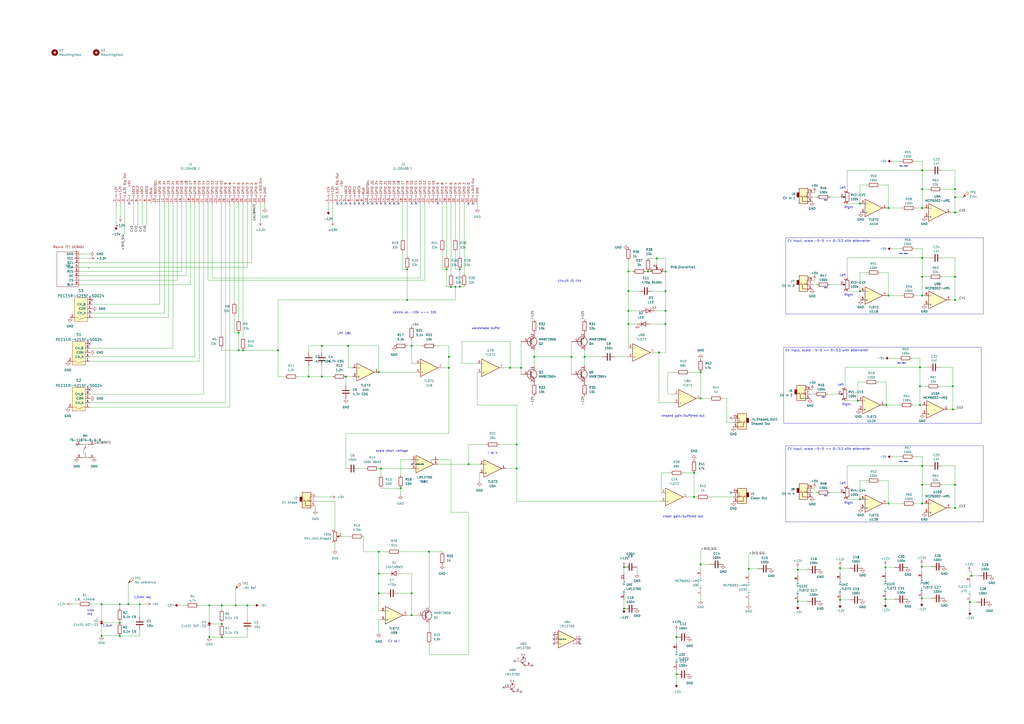
<source format=kicad_sch>
(kicad_sch (version 20231120) (generator "eeschema") (generator_version "8.0")
  (paper "A2")
  (junction (at 553.974 160.528))
  (junction (at 534.924 149.606))
  (junction (at 563.499 334.01))
  (junction (at 364.49 157.48))
  (junction (at 201.93 200.66))
  (junction (at 121.412 369.57))
  (junction (at 497.586 232.41))
  (junction (at 386.08 187.96))
  (junction (at 69.469 368.935))
  (junction (at 534.924 160.528))
  (junction (at 219.71 320.04))
  (junction (at 514.096 234.95))
  (junction (at 534.924 109.728))
  (junction (at 392.43 391.16))
  (junction (at 364.49 180.34))
  (junction (at 515.366 120.65))
  (junction (at 69.469 361.315))
  (junction (at 309.88 207.01))
  (junction (at 121.412 351.155))
  (junction (at 462.788 348.869))
  (junction (at 364.49 168.91))
  (junction (at 515.366 171.45))
  (junction (at 498.856 118.11))
  (junction (at 248.92 320.04))
  (junction (at 266.7 156.21))
  (junction (at 386.08 168.91))
  (junction (at 200.66 218.44))
  (junction (at 264.16 166.37))
  (junction (at 382.27 204.47))
  (junction (at 534.924 270.256))
  (junction (at 534.924 98.806))
  (junction (at 375.92 157.48))
  (junction (at 186.69 200.66))
  (junction (at 339.09 207.01))
  (junction (at 498.856 168.91))
  (junction (at 533.654 213.106))
  (junction (at 553.974 123.19))
  (junction (at 299.72 257.81))
  (junction (at 406.4 231.14))
  (junction (at 534.924 120.65))
  (junction (at 138.43 203.2))
  (junction (at 553.974 109.728))
  (junction (at 498.856 289.56))
  (junction (at 406.4 215.9))
  (junction (at 553.974 281.178))
  (junction (at 220.98 271.78))
  (junction (at 534.67 347.091))
  (junction (at 562.61 349.25))
  (junction (at 515.366 292.1))
  (junction (at 331.47 207.01))
  (junction (at 487.299 347.98))
  (junction (at 236.22 156.21))
  (junction (at 302.26 213.36))
  (junction (at 259.08 156.21))
  (junction (at 179.07 218.44))
  (junction (at 533.654 224.028))
  (junction (at 58.928 368.808))
  (junction (at 136.652 351.155))
  (junction (at 81.026 350.52))
  (junction (at 161.29 203.2))
  (junction (at 533.654 234.95))
  (junction (at 219.71 332.74))
  (junction (at 462.788 330.454))
  (junction (at 238.76 356.87))
  (junction (at 534.924 171.45))
  (junction (at 534.924 281.178))
  (junction (at 260.35 207.01))
  (junction (at 552.704 237.49))
  (junction (at 128.651 369.57))
  (junction (at 140.97 203.2))
  (junction (at 534.924 292.1))
  (junction (at 260.35 213.36))
  (junction (at 361.95 353.06))
  (junction (at 128.651 361.95))
  (junction (at 299.72 271.78))
  (junction (at 238.76 200.66))
  (junction (at 513.588 329.184))
  (junction (at 386.08 180.34))
  (junction (at 295.91 213.36))
  (junction (at 266.7 166.37))
  (junction (at 219.71 344.17))
  (junction (at 402.59 274.32))
  (junction (at 138.43 193.04))
  (junction (at 434.34 329.946))
  (junction (at 261.62 166.37))
  (junction (at 513.588 347.599))
  (junction (at 58.928 350.52))
  (junction (at 186.69 218.44))
  (junction (at 552.704 224.028))
  (junction (at 553.974 114.427))
  (junction (at 364.49 187.96))
  (junction (at 143.51 351.155))
  (junction (at 386.08 157.48))
  (junction (at 392.43 369.57))
  (junction (at 219.71 215.9))
  (junction (at 487.299 329.565))
  (junction (at 69.469 350.52))
  (junction (at 238.76 344.17))
  (junction (at 553.974 173.99))
  (junction (at 402.59 288.29))
  (junction (at 271.78 269.24))
  (junction (at 128.651 351.155))
  (junction (at 232.41 283.21))
  (junction (at 74.422 350.52))
  (junction (at 534.67 328.676))
  (junction (at 553.974 294.64))
  (junction (at 406.4 327.406))
  (junction (at 236.22 173.99))
  (junction (at 381 149.86))
  (junction (at 361.95 328.93))
  (no_connect (at 336.55 370.84))
  (no_connect (at 302.26 401.32))
  (no_connect (at 336.55 373.38))
  (no_connect (at 220.98 118.11))
  (no_connect (at 208.28 118.11))
  (no_connect (at 292.1 398.78))
  (no_connect (at 205.74 118.11))
  (no_connect (at 228.6 118.11))
  (no_connect (at 74.93 118.11))
  (no_connect (at 53.34 173.99))
  (no_connect (at 215.9 118.11))
  (no_connect (at 271.78 118.11))
  (no_connect (at 238.76 269.24))
  (no_connect (at 254 118.11))
  (no_connect (at 226.06 118.11))
  (no_connect (at 200.66 118.11))
  (no_connect (at 321.31 373.38))
  (no_connect (at 210.82 118.11))
  (no_connect (at 213.36 118.11))
  (no_connect (at 218.44 118.11))
  (no_connect (at 231.14 118.11))
  (no_connect (at 198.12 118.11))
  (no_connect (at 423.926 242.57))
  (no_connect (at 238.76 118.11))
  (no_connect (at 52.07 199.39))
  (no_connect (at 223.52 118.11))
  (no_connect (at 308.61 386.08))
  (no_connect (at 44.45 257.81))
  (no_connect (at 274.32 118.11))
  (no_connect (at 203.2 118.11))
  (no_connect (at 423.926 285.75))
  (no_connect (at 241.3 118.11))
  (no_connect (at 195.58 118.11))
  (no_connect (at 52.07 226.06))
  (no_connect (at 298.45 383.54))
  (no_connect (at 321.31 368.3))
  (no_connect (at 321.31 370.84))
  (bus_entry (at -33.02 123.19) (size 2.54 2.54))
  (wire (pts (xy 151.13 128.27) (xy 151.13 118.11)))
  (wire (pts (xy 201.93 213.36) (xy 201.93 200.66)))
  (wire (pts (xy 406.4 347.98) (xy 406.4 345.821)))
  (wire (pts (xy 546.989 270.256) (xy 553.974 270.256)))
  (wire (pts (xy 471.17 114.3) (xy 473.837 114.3)))
  (wire (pts (xy 331.47 207.01) (xy 331.47 198.12)))
  (wire (pts (xy 219.71 271.78) (xy 220.98 271.78)))
  (wire (pts (xy 530.352 144.272) (xy 534.924 144.272)))
  (wire (pts (xy 140.97 203.2) (xy 161.29 203.2)))
  (wire (pts (xy 462.788 330.454) (xy 468.249 330.454)))
  (wire (pts (xy 339.09 203.2) (xy 339.09 207.01)))
  (wire (pts (xy 491.49 149.606) (xy 491.49 161.29)))
  (wire (pts (xy 256.54 156.21) (xy 259.08 156.21)))
  (wire (pts (xy 236.22 156.21) (xy 236.22 173.99)))
  (wire (pts (xy 491.49 118.11) (xy 498.856 118.11)))
  (wire (pts (xy 121.412 369.57) (xy 121.412 364.49)))
  (wire (pts (xy 387.35 228.6) (xy 391.16 228.6)))
  (wire (pts (xy 269.24 118.11) (xy 269.24 158.75)))
  (wire (pts (xy 201.93 200.66) (xy 219.71 200.66)))
  (wire (pts (xy 238.76 210.82) (xy 238.76 200.66)))
  (wire (pts (xy 421.64 231.14) (xy 419.1 231.14)))
  (wire (pts (xy 53.34 176.53) (xy 92.71 176.53)))
  (wire (pts (xy 364.49 180.34) (xy 372.11 180.34)))
  (wire (pts (xy 128.27 201.93) (xy 128.27 203.2)))
  (wire (pts (xy 74.422 338.201) (xy 74.422 350.52)))
  (wire (pts (xy 118.11 228.6) (xy 118.11 118.11)))
  (wire (pts (xy 74.422 350.52) (xy 69.469 350.52)))
  (wire (pts (xy 434.34 321.945) (xy 434.34 329.946)))
  (wire (pts (xy 264.16 166.37) (xy 264.16 173.99)))
  (wire (pts (xy 238.76 344.17) (xy 238.76 356.87)))
  (wire (pts (xy 203.2 311.15) (xy 198.12 311.15)))
  (wire (pts (xy 471.17 285.75) (xy 473.837 285.75)))
  (wire (pts (xy 210.82 320.04) (xy 210.82 311.15)))
  (wire (pts (xy 553.974 160.528) (xy 553.974 173.99)))
  (wire (pts (xy 276.86 234.95) (xy 276.86 215.9)))
  (wire (pts (xy 219.71 359.41) (xy 220.98 359.41)))
  (wire (pts (xy 261.62 166.37) (xy 264.16 166.37)))
  (wire (pts (xy 271.78 269.24) (xy 278.13 269.24)))
  (wire (pts (xy 513.588 329.184) (xy 519.049 329.184)))
  (wire (pts (xy 128.651 351.155) (xy 121.412 351.155)))
  (wire (pts (xy 220.98 354.33) (xy 219.71 354.33)))
  (wire (pts (xy 462.788 348.869) (xy 468.249 348.869)))
  (wire (pts (xy 69.469 350.52) (xy 58.928 350.52)))
  (wire (pts (xy 545.719 213.106) (xy 552.704 213.106)))
  (wire (pts (xy 491.49 289.56) (xy 498.856 289.56)))
  (wire (pts (xy 264.16 118.11) (xy 264.16 138.43)))
  (wire (pts (xy 514.477 120.65) (xy 515.366 120.65)))
  (wire (pts (xy 186.69 218.44) (xy 193.04 218.44)))
  (wire (pts (xy 562.229 331.47) (xy 563.499 331.47)))
  (wire (pts (xy 552.704 224.028) (xy 545.211 224.028)))
  (wire (pts (xy 517.525 144.272) (xy 522.732 144.272)))
  (wire (pts (xy 498.856 168.91) (xy 499.237 168.91)))
  (wire (pts (xy 553.974 114.427) (xy 558.673 114.427)))
  (wire (pts (xy 487.299 328.549) (xy 487.299 329.565)))
  (wire (pts (xy 369.57 187.96) (xy 364.49 187.96)))
  (wire (pts (xy 102.87 118.11) (xy 102.87 162.56)))
  (wire (pts (xy 406.4 327.406) (xy 411.861 327.406)))
  (wire (pts (xy 551.434 173.99) (xy 553.974 173.99)))
  (wire (pts (xy 562.61 349.25) (xy 566.42 349.25)))
  (wire (pts (xy 434.34 329.946) (xy 439.801 329.946)))
  (wire (pts (xy 248.92 365.76) (xy 248.92 361.95)))
  (wire (pts (xy 553.974 98.806) (xy 553.974 109.728)))
  (wire (pts (xy 534.924 270.256) (xy 491.49 270.256)))
  (wire (pts (xy 45.72 160.02) (xy 107.95 160.02)))
  (wire (pts (xy 85.09 118.11) (xy 85.09 130.81)))
  (wire (pts (xy 402.59 274.32) (xy 402.59 288.29)))
  (wire (pts (xy 534.924 292.1) (xy 536.194 292.1)))
  (wire (pts (xy 514.477 171.45) (xy 515.366 171.45)))
  (wire (pts (xy 498.856 107.315) (xy 502.92 107.315)))
  (wire (pts (xy 534.924 149.606) (xy 534.924 160.528)))
  (wire (pts (xy 490.22 232.41) (xy 497.586 232.41)))
  (wire (pts (xy 299.72 290.83) (xy 383.54 290.83)))
  (wire (pts (xy 260.35 207.01) (xy 260.35 213.36)))
  (wire (pts (xy 200.66 218.44) (xy 200.66 223.52)))
  (wire (pts (xy 236.22 200.66) (xy 238.76 200.66)))
  (wire (pts (xy 406.4 327.406) (xy 406.4 330.581)))
  (wire (pts (xy 128.651 361.95) (xy 128.651 361.061)))
  (wire (pts (xy 538.861 160.528) (xy 534.924 160.528)))
  (wire (pts (xy 534.924 109.728) (xy 534.924 120.65)))
  (wire (pts (xy 562.61 354.33) (xy 562.61 349.25)))
  (wire (pts (xy 530.987 292.1) (xy 534.924 292.1)))
  (wire (pts (xy 261.62 266.7) (xy 261.62 297.18)))
  (wire (pts (xy 534.67 349.25) (xy 534.67 347.091)))
  (wire (pts (xy 80.01 118.11) (xy 80.01 130.81)))
  (wire (pts (xy 186.69 212.09) (xy 186.69 218.44)))
  (wire (pts (xy 386.08 180.34) (xy 386.08 187.96)))
  (wire (pts (xy 186.69 200.66) (xy 201.93 200.66)))
  (wire (pts (xy 309.88 207.01) (xy 331.47 207.01)))
  (wire (pts (xy 462.788 330.454) (xy 462.788 333.629)))
  (wire (pts (xy 219.71 200.66) (xy 219.71 215.9)))
  (wire (pts (xy 386.08 157.48) (xy 386.08 168.91)))
  (wire (pts (xy 534.924 98.806) (xy 491.49 98.806)))
  (wire (pts (xy 52.07 207.01) (xy 113.03 207.01)))
  (wire (pts (xy 534.924 144.272) (xy 534.924 149.606)))
  (wire (pts (xy 534.924 281.178) (xy 534.924 292.1)))
  (wire (pts (xy 232.41 287.02) (xy 232.41 283.21)))
  (wire (pts (xy 281.94 257.81) (xy 271.78 257.81)))
  (wire (pts (xy 69.088 368.935) (xy 69.469 368.935)))
  (wire (pts (xy 553.974 160.528) (xy 546.481 160.528)))
  (wire (pts (xy 248.92 320.04) (xy 248.92 351.79)))
  (wire (pts (xy 364.49 180.34) (xy 364.49 187.96)))
  (wire (pts (xy 534.924 93.472) (xy 534.924 98.806)))
  (wire (pts (xy 487.299 350.139) (xy 487.299 347.98)))
  (wire (pts (xy 392.43 365.76) (xy 392.43 369.57)))
  (wire (pts (xy 364.49 168.91) (xy 364.49 157.48)))
  (wire (pts (xy 515.366 278.765) (xy 515.366 292.1)))
  (wire (pts (xy 236.22 356.87) (xy 238.76 356.87)))
  (wire (pts (xy 186.69 204.47) (xy 186.69 200.66)))
  (wire (pts (xy 121.412 369.57) (xy 128.651 369.57)))
  (wire (pts (xy 381 153.67) (xy 381 149.86)))
  (wire (pts (xy 331.47 207.01) (xy 331.47 217.17)))
  (wire (pts (xy 491.49 168.91) (xy 498.856 168.91)))
  (wire (pts (xy 299.72 234.95) (xy 276.86 234.95)))
  (wire (pts (xy 498.856 158.115) (xy 502.92 158.115)))
  (wire (pts (xy 219.71 320.04) (xy 210.82 320.04)))
  (wire (pts (xy 105.41 118.11) (xy 105.41 157.48)))
  (wire (pts (xy 497.586 221.615) (xy 501.65 221.615)))
  (wire (pts (xy 224.79 332.74) (xy 219.71 332.74)))
  (wire (pts (xy 260.35 213.36) (xy 256.54 213.36)))
  (wire (pts (xy 529.082 207.772) (xy 533.654 207.772)))
  (wire (pts (xy 81.026 350.52) (xy 74.422 350.52)))
  (wire (pts (xy 146.05 118.11) (xy 146.05 152.4)))
  (wire (pts (xy 515.366 292.1) (xy 523.367 292.1)))
  (wire (pts (xy 392.43 369.57) (xy 392.43 373.38)))
  (wire (pts (xy 472.567 111.76) (xy 471.17 111.76)))
  (wire (pts (xy 136.652 351.155) (xy 128.651 351.155)))
  (wire (pts (xy 143.51 369.57) (xy 128.651 369.57)))
  (wire (pts (xy 204.47 213.36) (xy 201.93 213.36)))
  (wire (pts (xy 67.31 118.11) (xy 67.31 130.81)))
  (wire (pts (xy 386.08 187.96) (xy 386.08 204.47)))
  (wire (pts (xy 378.46 168.91) (xy 386.08 168.91)))
  (wire (pts (xy 534.924 98.806) (xy 534.924 109.728)))
  (wire (pts (xy 510.54 278.765) (xy 515.366 278.765)))
  (wire (pts (xy 248.92 379.73) (xy 271.78 379.73)))
  (wire (pts (xy 299.72 257.81) (xy 299.72 234.95)))
  (wire (pts (xy 264.16 166.37) (xy 266.7 166.37)))
  (wire (pts (xy 386.08 149.86) (xy 386.08 157.48)))
  (wire (pts (xy 513.207 234.95) (xy 514.096 234.95)))
  (wire (pts (xy 402.59 288.29) (xy 398.78 288.29)))
  (wire (pts (xy 309.88 207.01) (xy 309.88 212.09)))
  (wire (pts (xy 104.013 351.155) (xy 107.823 351.155)))
  (wire (pts (xy 392.43 391.16) (xy 392.43 388.62)))
  (wire (pts (xy 146.05 152.4) (xy 45.72 152.4)))
  (wire (pts (xy 231.14 344.17) (xy 238.76 344.17)))
  (wire (pts (xy 533.654 213.106) (xy 538.099 213.106)))
  (wire (pts (xy 138.43 203.2) (xy 140.97 203.2)))
  (wire (pts (xy 69.469 361.315) (xy 68.961 361.315)))
  (wire (pts (xy 102.87 162.56) (xy 45.72 162.56)))
  (wire (pts (xy 266.7 166.37) (xy 269.24 166.37)))
  (wire (pts (xy 382.27 204.47) (xy 382.27 233.68)))
  (wire (pts (xy 238.76 332.74) (xy 238.76 344.17)))
  (wire (pts (xy 115.57 209.55) (xy 115.57 118.11)))
  (wire (pts (xy 514.477 292.1) (xy 515.366 292.1)))
  (wire (pts (xy 133.35 236.22) (xy 133.35 118.11)))
  (wire (pts (xy 69.469 352.806) (xy 69.469 350.52)))
  (wire (pts (xy 382.27 233.68) (xy 391.16 233.68)))
  (wire (pts (xy 233.68 146.05) (xy 233.68 156.21)))
  (wire (pts (xy 238.76 200.66) (xy 245.11 200.66)))
  (wire (pts (xy 246.38 162.56) (xy 246.38 118.11)))
  (wire (pts (xy 220.98 271.78) (xy 238.76 271.78)))
  (wire (pts (xy 295.91 213.36) (xy 292.1 213.36)))
  (wire (pts (xy 254 266.7) (xy 261.62 266.7)))
  (wire (pts (xy 260.35 200.66) (xy 260.35 207.01)))
  (wire (pts (xy 110.49 165.1) (xy 45.72 165.1)))
  (wire (pts (xy 392.43 396.24) (xy 392.43 391.16)))
  (wire (pts (xy 383.54 285.75) (xy 383.54 274.32)))
  (wire (pts (xy 515.366 171.45) (xy 523.367 171.45)))
  (wire (pts (xy 553.974 294.64) (xy 556.26 294.64)))
  (wire (pts (xy 534.924 98.806) (xy 539.369 98.806)))
  (wire (pts (xy 220.98 275.59) (xy 220.98 271.78)))
  (wire (pts (xy 481.457 165.1) (xy 487.68 165.1)))
  (wire (pts (xy 172.72 218.44) (xy 179.07 218.44)))
  (wire (pts (xy 161.29 173.99) (xy 161.29 203.2)))
  (wire (pts (xy 45.72 147.32) (xy 52.07 147.32)))
  (wire (pts (xy 264.16 156.21) (xy 266.7 156.21)))
  (wire (pts (xy 339.09 207.01) (xy 349.25 207.01)))
  (wire (pts (xy 179.07 200.66) (xy 186.69 200.66)))
  (wire (pts (xy 424.053 242.57) (xy 425.45 242.57)))
  (wire (pts (xy 364.49 157.48) (xy 367.03 157.48)))
  (wire (pts (xy 128.27 203.2) (xy 138.43 203.2)))
  (wire (pts (xy 52.07 233.68) (xy 130.81 233.68)))
  (wire (pts (xy 143.51 118.11) (xy 143.51 154.94)))
  (wire (pts (xy 498.856 278.765) (xy 502.92 278.765)))
  (wire (pts (xy 514.096 234.95) (xy 522.097 234.95)))
  (wire (pts (xy 68.961 361.315) (xy 68.961 361.188)))
  (wire (pts (xy 248.92 320.04) (xy 256.54 320.04)))
  (wire (pts (xy 302.26 198.12) (xy 302.26 213.36)))
  (wire (pts (xy 219.71 332.74) (xy 219.71 344.17)))
  (wire (pts (xy 421.64 231.14) (xy 421.64 245.11)))
  (wire (pts (xy 534.67 328.676) (xy 534.67 331.851)))
  (wire (pts (xy 481.457 114.3) (xy 487.68 114.3)))
  (wire (pts (xy 553.974 281.178) (xy 553.974 294.64)))
  (wire (pts (xy 538.861 109.728) (xy 534.924 109.728)))
  (wire (pts (xy 261.62 118.11) (xy 261.62 158.75)))
  (wire (pts (xy 563.499 331.47) (xy 563.499 334.01)))
  (wire (pts (xy 69.85 125.73) (xy 69.85 118.11)))
  (wire (pts (xy 472.567 162.56) (xy 471.17 162.56)))
  (wire (pts (xy 534.924 270.256) (xy 539.369 270.256)))
  (wire (pts (xy 377.19 187.96) (xy 386.08 187.96)))
  (wire (pts (xy 52.07 236.22) (xy 133.35 236.22)))
  (wire (pts (xy 190.5 121.92) (xy 190.5 118.11)))
  (wire (pts (xy 533.654 224.028) (xy 533.654 234.95)))
  (wire (pts (xy 266.7 156.21) (xy 266.7 166.37)))
  (wire (pts (xy 299.72 257.81) (xy 289.56 257.81)))
  (wire (pts (xy 515.366 107.315) (xy 515.366 120.65)))
  (wire (pts (xy 120.65 162.56) (xy 246.38 162.56)))
  (wire (pts (xy 379.73 180.34) (xy 386.08 180.34)))
  (wire (pts (xy 52.07 201.93) (xy 100.33 201.93)))
  (wire (pts (xy 364.49 168.91) (xy 364.49 180.34)))
  (wire (pts (xy 462.788 329.438) (xy 462.788 330.454)))
  (wire (pts (xy 563.499 334.01) (xy 567.69 334.01)))
  (wire (pts (xy 517.525 93.472) (xy 522.732 93.472)))
  (wire (pts (xy 182.88 295.91) (xy 182.88 293.37)))
  (wire (pts (xy 233.68 118.11) (xy 233.68 138.43)))
  (wire (pts (xy 551.434 123.19) (xy 553.974 123.19)))
  (wire (pts (xy 471.17 165.1) (xy 473.837 165.1)))
  (wire (pts (xy 219.71 320.04) (xy 224.79 320.04)))
  (wire (pts (xy 110.49 118.11) (xy 110.49 165.1)))
  (wire (pts (xy 546.989 149.606) (xy 553.974 149.606)))
  (wire (pts (xy 69.469 361.315) (xy 69.469 360.426)))
  (wire (pts (xy 128.27 194.31) (xy 128.27 118.11)))
  (wire (pts (xy 259.08 156.21) (xy 259.08 166.37)))
  (wire (pts (xy 534.924 160.528) (xy 534.924 171.45)))
  (wire (pts (xy 534.924 149.606) (xy 491.49 149.606)))
  (wire (pts (xy 232.41 275.59) (xy 232.41 266.7)))
  (wire (pts (xy 252.73 200.66) (xy 260.35 200.66)))
  (wire (pts (xy 179.07 218.44) (xy 186.69 218.44)))
  (wire (pts (xy 123.19 161.29) (xy 243.84 161.29)))
  (wire (pts (xy 552.704 224.028) (xy 552.704 237.49)))
  (wire (pts (xy 387.35 215.9) (xy 387.35 228.6)))
  (wire (pts (xy 219.71 367.03) (xy 219.71 359.41)))
  (wire (pts (xy 179.07 212.09) (xy 179.07 218.44)))
  (wire (pts (xy 498.856 289.56) (xy 499.237 289.56)))
  (wire (pts (xy 135.89 118.11) (xy 135.89 175.26)))
  (wire (pts (xy 364.49 168.91) (xy 370.84 168.91)))
  (wire (pts (xy 130.81 233.68) (xy 130.81 118.11)))
  (wire (pts (xy 295.91 198.12) (xy 267.97 198.12)))
  (wire (pts (xy 72.39 118.11) (xy 72.39 135.89)))
  (wire (pts (xy 434.34 350.52) (xy 434.34 348.361)))
  (wire (pts (xy 261.62 297.18) (xy 271.78 297.18)))
  (wire (pts (xy 481.457 285.75) (xy 487.68 285.75)))
  (wire (pts (xy 92.71 176.53) (xy 92.71 118.11)))
  (wire (pts (xy 256.54 146.05) (xy 256.54 156.21)))
  (wire (pts (xy 69.088 368.935) (xy 69.088 368.808)))
  (wire (pts (xy 143.51 351.155) (xy 136.652 351.155)))
  (wire (pts (xy 200.66 218.44) (xy 204.47 218.44)))
  (wire (pts (xy 53.34 184.15) (xy 97.79 184.15)))
  (wire (pts (xy 510.54 158.115) (xy 515.366 158.115)))
  (wire (pts (xy 81.026 350.393) (xy 84.836 350.393)))
  (wire (pts (xy 121.412 351.155) (xy 121.412 359.41)))
  (wire (pts (xy 276.86 118.11) (xy 276.86 120.65)))
  (wire (pts (xy 232.41 266.7) (xy 238.76 266.7)))
  (wire (pts (xy 143.51 366.141) (xy 143.51 369.57)))
  (wire (pts (xy 278.13 279.4) (xy 278.13 274.32)))
  (wire (pts (xy 553.974 123.19) (xy 556.26 123.19)))
  (wire (pts (xy 194.31 290.83) (xy 194.31 307.34)))
  (wire (pts (xy 406.4 215.9) (xy 406.4 231.14)))
  (wire (pts (xy 77.47 118.11) (xy 77.47 130.81)))
  (wire (pts (xy 58.928 350.52) (xy 58.928 350.393)))
  (wire (pts (xy 238.76 196.85) (xy 238.76 200.66)))
  (wire (pts (xy 115.443 351.155) (xy 121.412 351.155)))
  (wire (pts (xy 260.35 213.36) (xy 260.35 251.46)))
  (wire (pts (xy 140.97 118.11) (xy 140.97 195.58)))
  (wire (pts (xy 530.352 264.922) (xy 534.924 264.922)))
  (wire (pts (xy 400.05 215.9) (xy 406.4 215.9)))
  (wire (pts (xy 179.07 204.47) (xy 179.07 200.66)))
  (wire (pts (xy 219.71 344.17) (xy 223.52 344.17)))
  (wire (pts (xy 546.989 98.806) (xy 553.974 98.806)))
  (wire (pts (xy 143.51 358.521) (xy 143.51 351.155)))
  (wire (pts (xy 534.924 149.606) (xy 539.369 149.606)))
  (wire (pts (xy 241.3 210.82) (xy 238.76 210.82)))
  (wire (pts (xy 236.22 118.11) (xy 236.22 148.59)))
  (wire (pts (xy 537.591 224.028) (xy 533.654 224.028)))
  (wire (pts (xy 219.71 344.17) (xy 219.71 354.33)))
  (wire (pts (xy 553.974 149.606) (xy 553.974 160.528)))
  (wire (pts (xy 295.91 198.12) (xy 295.91 213.36)))
  (wire (pts (xy 530.987 171.45) (xy 534.924 171.45)))
  (wire (pts (xy 191.77 288.29) (xy 182.88 288.29)))
  (wire (pts (xy 515.366 120.65) (xy 523.367 120.65)))
  (wire (pts (xy 490.22 213.106) (xy 490.22 224.79)))
  (wire (pts (xy 194.31 318.77) (xy 194.31 314.96)))
  (wire (pts (xy 533.654 234.95) (xy 534.924 234.95)))
  (wire (pts (xy 375.92 157.48) (xy 377.19 157.48)))
  (wire (pts (xy 469.9 228.6) (xy 472.567 228.6)))
  (wire (pts (xy 123.19 118.11) (xy 123.19 161.29)))
  (wire (pts (xy 462.788 351.028) (xy 462.788 348.869)))
  (wire (pts (xy 491.49 98.806) (xy 491.49 110.49)))
  (wire (pts (xy 381 149.86) (xy 386.08 149.86)))
  (wire (pts (xy 182.88 290.83) (xy 194.31 290.83)))
  (wire (pts (xy 200.66 251.46) (xy 200.66 271.78)))
  (wire (pts (xy 472.567 283.21) (xy 471.17 283.21)))
  (wire (pts (xy 95.25 181.61) (xy 95.25 118.11)))
  (wire (pts (xy 248.92 373.38) (xy 248.92 379.73)))
  (wire (pts (xy 517.525 264.922) (xy 522.732 264.922)))
  (wire (pts (xy 553.974 270.256) (xy 553.974 281.178)))
  (wire (pts (xy 82.55 118.11) (xy 82.55 130.81)))
  (wire (pts (xy 530.352 93.472) (xy 534.924 93.472)))
  (wire (pts (xy 497.586 232.41) (xy 497.967 232.41)))
  (wire (pts (xy 97.79 184.15) (xy 97.79 118.11)))
  (wire (pts (xy 309.88 203.2) (xy 309.88 207.01)))
  (wire (pts (xy 553.974 114.427) (xy 553.974 109.728)))
  (wire (pts (xy 374.65 157.48) (xy 375.92 157.48)))
  (wire (pts (xy 105.41 157.48) (xy 45.72 157.48)))
  (wire (pts (xy 498.856 158.115) (xy 498.856 168.91)))
  (wire (pts (xy 81.026 357.759) (xy 81.026 350.52)))
  (wire (pts (xy 143.51 154.94) (xy 45.72 154.94)))
  (wire (pts (xy 361.95 353.06) (xy 361.95 347.98)))
  (wire (pts (xy 375.92 149.86) (xy 381 149.86)))
  (wire (pts (xy 267.97 210.82) (xy 276.86 210.82)))
  (wire (pts (xy 533.654 213.106) (xy 533.654 224.028)))
  (wire (pts (xy 219.71 215.9) (xy 241.3 215.9)))
  (wire (pts (xy 107.95 118.11) (xy 107.95 160.02)))
  (wire (pts (xy 161.29 203.2) (xy 161.29 218.44)))
  (wire (pts (xy 487.299 329.565) (xy 487.299 332.74)))
  (wire (pts (xy 295.91 213.36) (xy 302.26 213.36)))
  (wire (pts (xy 128.651 361.95) (xy 123.952 361.95)))
  (wire (pts (xy 534.924 264.922) (xy 534.924 270.256)))
  (wire (pts (xy 534.924 270.256) (xy 534.924 281.178)))
  (wire (pts (xy 364.49 187.96) (xy 364.49 201.93)))
  (wire (pts (xy 534.67 347.091) (xy 540.131 347.091)))
  (wire (pts (xy 514.096 221.615) (xy 514.096 234.95)))
  (wire (pts (xy 267.97 198.12) (xy 267.97 210.82)))
  (wire (pts (xy 553.974 109.728) (xy 546.481 109.728)))
  (wire (pts (xy 382.27 204.47) (xy 386.08 204.47)))
  (wire (pts (xy 533.654 207.772) (xy 533.654 213.106)))
  (wire (pts (xy 259.08 118.11) (xy 259.08 148.59)))
  (wire (pts (xy 299.72 271.78) (xy 299.72 290.83)))
  (wire (pts (xy 293.37 271.78) (xy 299.72 271.78)))
  (wire (pts (xy 271.78 257.81) (xy 271.78 269.24)))
  (wire (pts (xy 260.35 251.46) (xy 200.66 251.46)))
  (wire (pts (xy 52.959 350.393) (xy 58.928 350.393)))
  (wire (pts (xy 384.81 157.48) (xy 386.08 157.48)))
  (wire (pts (xy 220.98 283.21) (xy 232.41 283.21)))
  (wire (pts (xy 193.04 128.27) (xy 193.04 118.11)))
  (wire (pts (xy 513.588 328.168) (xy 513.588 329.184)))
  (wire (pts (xy 552.704 213.106) (xy 552.704 224.028)))
  (wire (pts (xy 387.35 215.9) (xy 392.43 215.9)))
  (wire (pts (xy 498.856 278.765) (xy 498.856 289.56)))
  (wire (pts (xy 299.72 257.81) (xy 299.72 271.78)))
  (wire (pts (xy 138.43 193.04) (xy 138.43 203.2)))
  (wire (pts (xy 538.861 281.178) (xy 534.924 281.178)))
  (wire (pts (xy 498.856 107.315) (xy 498.856 118.11)))
  (wire (pts (xy 534.924 120.65) (xy 536.194 120.65)))
  (wire (pts (xy 271.78 379.73) (xy 271.78 297.18)))
  (wire (pts (xy 509.27 221.615) (xy 514.096 221.615)))
  (wire (pts (xy 534.67 327.66) (xy 534.67 328.676)))
  (wire (pts (xy 260.35 207.01) (xy 261.62 207.01)))
  (wire (pts (xy 153.67 118.11) (xy 153.67 120.65)))
  (wire (pts (xy 238.76 356.87) (xy 241.3 356.87)))
  (wire (pts (xy 424.053 285.75) (xy 425.45 285.75)))
  (wire (pts (xy 212.09 271.78) (xy 208.28 271.78)))
  (wire (pts (xy 138.43 118.11) (xy 138.43 185.42)))
  (wire (pts (xy 369.57 328.93) (xy 369.57 332.74)))
  (wire (pts (xy 161.29 218.44) (xy 165.1 218.44)))
  (wire (pts (xy 411.48 288.29) (xy 425.45 288.29)))
  (wire (pts (xy 402.59 288.29) (xy 403.86 288.29)))
  (wire (pts (xy 356.87 207.01) (xy 364.49 207.01)))
  (wire (pts (xy 232.41 320.04) (xy 248.92 320.04)))
  (wire (pts (xy 553.974 173.99) (xy 556.26 173.99)))
  (wire (pts (xy 128.651 353.441) (xy 128.651 351.155)))
  (wire (pts (xy 135.89 182.88) (xy 135.89 193.04)))
  (wire (pts (xy 52.07 209.55) (xy 115.57 209.55)))
  (wire (pts (xy 236.22 173.99) (xy 161.29 173.99)))
  (wire (pts (xy 550.164 237.49) (xy 552.704 237.49)))
  (wire (pts (xy 471.297 226.06) (xy 469.9 226.06)))
  (wire (pts (xy 513.588 329.184) (xy 513.588 332.359)))
  (wire (pts (xy 487.299 329.565) (xy 492.76 329.565)))
  (wire (pts (xy 339.09 207.01) (xy 339.09 212.09)))
  (wire (pts (xy 259.08 166.37) (xy 261.62 166.37)))
  (wire (pts (xy 534.924 171.45) (xy 536.194 171.45)))
  (wire (pts (xy 487.299 347.98) (xy 492.76 347.98)))
  (wire (pts (xy 553.974 123.19) (xy 553.974 114.427)))
  (wire (pts (xy 530.987 120.65) (xy 534.924 120.65)))
  (wire (pts (xy 364.49 151.13) (xy 364.49 157.48)))
  (wire (pts (xy 497.586 221.615) (xy 497.586 232.41)))
  (wire (pts (xy 45.72 149.86) (xy 52.07 149.86)))
  (wire (pts (xy 58.928 350.52) (xy 58.928 358.648)))
  (wire (pts (xy 396.24 274.32) (xy 402.59 274.32)))
  (wire (pts (xy 516.255 207.772) (xy 521.462 207.772)))
  (wire (pts (xy 219.71 320.04) (xy 219.71 332.74)))
  (wire (pts (xy 81.026 368.935) (xy 69.469 368.935)))
  (wire (pts (xy 498.856 118.11) (xy 499.237 118.11)))
  (wire (pts (xy 58.928 368.808) (xy 58.928 363.728)))
  (wire (pts (xy 491.49 270.256) (xy 491.49 281.94)))
  (wire (pts (xy 266.7 118.11) (xy 266.7 148.59)))
  (wire (pts (xy 68.961 361.188) (xy 61.468 361.188)))
  (wire (pts (xy 361.95 328.93) (xy 361.95 332.74)))
  (wire (pts (xy 562.61 334.01) (xy 563.499 334.01)))
  (wire (pts (xy 143.51 351.155) (xy 147.32 351.155)))
  (wire (pts (xy 135.89 193.04) (xy 138.43 193.04)))
  (wire (pts (xy 41.529 350.393) (xy 45.339 350.393)))
  (wire (pts (xy 480.187 228.6) (xy 486.41 228.6)))
  (wire (pts (xy 69.088 368.808) (xy 58.928 368.808)))
  (wire (pts (xy 386.08 168.91) (xy 386.08 180.34)))
  (wire (pts (xy 100.33 201.93) (xy 100.33 118.11)))
  (wire (pts (xy 113.03 207.01) (xy 113.03 118.11)))
  (wire (pts (xy 551.434 294.64) (xy 553.974 294.64)))
  (wire (pts (xy 264.16 146.05) (xy 264.16 156.21)))
  (wire (pts (xy 552.704 237.49) (xy 554.99 237.49)))
  (wire (pts (xy 553.974 281.178) (xy 546.481 281.178)))
  (wire (pts (xy 406.4 231.14) (xy 411.48 231.14)))
  (wire (pts (xy 136.652 341.376) (xy 136.652 351.155)))
  (wire (pts (xy 513.588 349.758) (xy 513.588 347.599)))
  (wire (pts (xy 256.54 118.11) (xy 256.54 138.43)))
  (wire (pts (xy 53.34 181.61) (xy 95.25 181.61)))
  (wire (pts (xy 81.026 365.379) (xy 81.026 368.935)))
  (wire (pts (xy 421.64 245.11) (xy 425.45 245.11)))
  (wire (pts (xy 120.65 118.11) (xy 120.65 162.56)))
  (wire (pts (xy 513.588 347.599) (xy 519.049 347.599)))
  (wire (pts (xy 233.68 156.21) (xy 236.22 156.21)))
  (wire (pts (xy 533.654 213.106) (xy 490.22 213.106)))
  (wire (pts (xy 379.73 204.47) (xy 382.27 204.47)))
  (wire (pts (xy 243.84 161.29) (xy 243.84 118.11)))
  (wire (pts (xy 52.07 228.6) (xy 118.11 228.6)))
  (wire (pts (xy 406.4 319.405) (xy 406.4 327.406)))
  (wire (pts (xy 264.16 173.99) (xy 236.22 173.99)))
  (wire (pts (xy 81.026 350.52) (xy 81.026 350.393)))
  (wire (pts (xy 534.67 328.676) (xy 540.131 328.676)))
  (wire (pts (xy 510.54 107.315) (xy 515.366 107.315)))
  (wire (pts (xy 383.54 274.32) (xy 388.62 274.32)))
  (wire (pts (xy 232.41 332.74) (xy 238.76 332.74)))
  (wire (pts (xy 254 269.24) (xy 271.78 269.24)))
  (wire (pts (xy 529.717 234.95) (xy 533.654 234.95)))
  (wire (pts (xy 515.366 158.115) (xy 515.366 171.45)))
  (wire (pts (xy 434.34 329.946) (xy 434.34 333.121)))
  (wire (pts (xy 302.26 213.36) (xy 302.26 217.17)))
  (text_box "CV Input, scale -5-5 => 0-3.3 with attenverter" (at 455.803 258.572 0) (size 114.681 44.196) (effects (font (size 1.27 1.27)) (justify left top)))
  (text_box "CV Input, scale -5-5 => 0-3.3 with attenverter" (at 455.803 137.922 0) (size 114.681 44.196) (effects (font (size 1.27 1.27)) (justify left top)))
  (text_box "CV Input, scale -5-5 => 0-3.3 with attenverter" (at 454.533 201.422 0) (size 114.681 44.196) (effects (font (size 1.27 1.27)) (justify left top)))
  (text "CV to I\n" (at 228.6 372.11 0) (effects (font (size 1.27 1.27))))
  (text "Right" (at 488.442 235.458 0) (effects (font (size 1.27 1.27)) (justify left bottom)))
  (text "1.5mA req\n" (at 77.597 347.345 0) (effects (font (size 1.27 1.27)) (justify left bottom)))
  (text "50uA" (at 476.758 230.886 0) (effects (font (size 0.5 0.5)) (justify left bottom)))
  (text "50uA" (at 478.028 116.586 0) (effects (font (size 0.5 0.5)) (justify left bottom)))
  (text "Left" (at 487.045 160.528 0) (effects (font (size 1.27 1.27)) (justify left bottom)))
  (text "I to V" (at 285.75 262.89 0) (effects (font (size 1.27 1.27))))
  (text "shaped gain/buffered out" (at 396.24 241.3 0) (effects (font (size 1.27 1.27))))
  (text "scale down voltage" (at 227.33 261.62 0) (effects (font (size 1.27 1.27))))
  (text "1mA \nreq" (at 50.419 356.997 0) (effects (font (size 1.27 1.27)) (justify left bottom)))
  (text "waveshape buffer" (at 281.94 190.5 0) (effects (font (size 1.27 1.27))))
  (text "-50uA, 250uW" (at 519.938 211.074 0) (effects (font (size 0.5 0.5)) (justify left bottom)))
  (text "Left" (at 487.045 281.178 0) (effects (font (size 1.27 1.27)) (justify left bottom)))
  (text "clean gain/buffered out" (at 396.24 299.72 0) (effects (font (size 1.27 1.27))))
  (text "LPF 18k\n" (at 199.644 193.548 0) (effects (font (size 1.27 1.27))))
  (text "-50uA, 250uW" (at 521.208 268.224 0) (effects (font (size 0.5 0.5)) (justify left bottom)))
  (text "Right" (at 489.712 121.158 0) (effects (font (size 1.27 1.27)) (justify left bottom)))
  (text "50uA" (at 478.028 167.386 0) (effects (font (size 0.5 0.5)) (justify left bottom)))
  (text "Right" (at 489.712 171.958 0) (effects (font (size 1.27 1.27)) (justify left bottom)))
  (text "-50uA, 250uW" (at 521.208 96.774 0) (effects (font (size 0.5 0.5)) (justify left bottom)))
  (text "-50uA, 250uW" (at 521.208 147.574 0) (effects (font (size 0.5 0.5)) (justify left bottom)))
  (text "Right" (at 489.712 292.608 0) (effects (font (size 1.27 1.27)) (justify left bottom)))
  (text "Left" (at 485.775 224.028 0) (effects (font (size 1.27 1.27)) (justify left bottom)))
  (text "1.5uA\n" (at 59.563 363.855 0) (effects (font (size 1.27 1.27)) (justify left bottom)))
  (text "VCA" (at 245.11 279.4 0) (effects (font (size 1.27 1.27))))
  (text "circuit JS link" (at 330.454 163.068 0) (effects (font (size 1.27 1.27))))
  (text "50uA" (at 478.028 288.036 0) (effects (font (size 0.5 0.5)) (justify left bottom)))
  (text "centre on -10V <-> 10V" (at 240.538 181.356 0) (effects (font (size 1.27 1.27))))
  (text "Left" (at 487.045 109.728 0) (effects (font (size 1.27 1.27)) (justify left bottom)))
  (label "+3V3_SIG" (at 406.4 319.405 0))
  (label "CV1" (at 82.55 130.81 270))
  (label "CV0" (at 556.26 123.19 0))
  (label "CV1" (at 556.26 173.99 0))
  (label "+5V" (at 238.76 189.23 0))
  (label "CV2" (at 80.01 130.81 270))
  (label "+3V3_SIG" (at 434.34 321.945 0))
  (label "CV0" (at 85.09 130.81 270))
  (label "+12V" (at 339.09 185.42 90))
  (label "CV3" (at 556.26 294.64 0))
  (label "CV3" (at 77.47 130.81 270))
  (label "+12V" (at 309.88 185.42 90))
  (label "-12V" (at 309.88 229.87 270))
  (label "+3V3_SIG" (at 72.39 135.89 270))
  (label "-12V" (at 339.09 229.87 270))
  (label "CV2" (at 554.99 237.49 0))
  (label "CALIBRATE" (at 148.59 118.11 270))
  (label "CALIBRATE" (at 54.61 257.81 0))
  (symbol (lib_id "power:GND") (at 39.37 236.22 0) (unit 1)
    (property "Reference" "#PWR02" (effects (hide yes)))
    (property "Value" "GND" (at 39.37 241.3 0))
    (property "Description" "Power symbol creates a global label with name \"GND\" , ground" (effects (hide yes)))
  )
  (symbol (lib_id "power:-5V") (at 147.32 351.155 270) (unit 1)
    (property "Reference" "#PWR018" (effects (hide yes)))
    (property "Value" "-5V" (at 150.495 351.155 90) (effects (justify left)))
  )
  (symbol (lib_name "GND_5") (lib_id "power:GND") (at 54.61 265.43 0) (unit 1)
    (property "Reference" "#PWR011" (effects (hide yes)))
    (property "Value" "GND" (at 54.61 270.51 0))
    (property "Description" "Power symbol creates a global label with name \"GND\" , ground" (effects (hide yes)))
  )
  (symbol (lib_id "power:+5V") (at 471.297 226.06 0) (unit 1)
    (property "Reference" "#PWR056" (effects (hide yes)))
    (property "Value" "+5V" (at 471.297 221.9269 0))
  )
  (symbol (lib_id "Device:R") (at 220.98 279.4 0) (unit 1)
    (property "Reference" "R15" (at 223.52 278.1299 0) (effects (justify left)))
    (property "Value" "330" (at 223.52 280.6699 0) (effects (justify left)))
    (property "Footprint" "Resistor_SMD:R_0603_1608Metric" (effects (hide yes)))
    (property "Description" "Resistor" (effects (hide yes)))
  )
  (symbol (lib_id "Connector:TestPoint_Probe") (at 558.673 114.427 0) (unit 1)
    (property "Reference" "TP5" (at 562.483 111.6274 0) (effects (justify left)))
    (property "Value" "CVIn" (at 562.483 114.0516 0) (effects (justify left)))
    (property "Footprint" "TestPoint:TestPoint_Pad_1.0x1.0mm" (effects (hide yes)))
  )
  (symbol (lib_id "Connector:AudioJack2_SwitchT") (at 430.53 288.29 180) (unit 1)
    (property "Reference" "J4" (at 435.356 286.3849 0) (effects (justify right)))
    (property "Value" "Clean Out" (at 435.356 288.9249 0) (effects (justify right)))
    (property "Footprint" "Connector_Audio:Jack_3.5mm_QingPu_WQP-PJ398SM_Vertical_CircularHoles" (effects (hide yes)))
  )
  (symbol (lib_id "power:GND") (at 406.4 347.98 0) (unit 1)
    (property "Reference" "#PWR044" (effects (hide yes)))
    (property "Value" "GND" (at 406.4 352.1131 0))
  )
  (symbol (lib_id "Mechanical:MountingHole") (at 55.88 30.48 0) (unit 1) (exclude_from_sim yes) (in_bom no)
    (property "Reference" "H2" (at 58.42 29.2099 0) (effects (justify left)))
    (property "Value" "MountingHole" (at 58.42 31.7499 0) (effects (justify left)))
    (property "Footprint" "MountingHole:MountingHole_3.2mm_M3_DIN965" (effects (hide yes)))
    (property "Description" "Mounting Hole without connection" (effects (hide yes)))
  )
  (symbol (lib_id "Transistor_BJT:MMBT3906") (at 246.38 356.87 0) (mirror x) (unit 1)
    (property "Reference" "Q1" (at 251.46 358.1401 0) (effects (justify left)))
    (property "Value" "MMBT3906" (at 251.46 355.6001 0) (effects (justify left)))
    (property "Footprint" "Package_TO_SOT_SMD:SOT-23" (effects (hide yes)))
    (property "Datasheet" "https://www.onsemi.com/pdf/datasheet/pzt3906-d.pdf" (effects (hide yes)))
    (property "Description" "-0.2A Ic, -40V Vce, Small Signal PNP Transistor, SOT-23" (effects (hide yes)))
  )
  (symbol (lib_id "power:GND") (at 52.07 147.32 90) (unit 1)
    (property "Reference" "#PWR06" (effects (hide yes)))
    (property "Value" "GND" (at 55.88 147.3199 90) (effects (justify right)))
    (property "Description" "Power symbol creates a global label with name \"GND\" , ground" (effects (hide yes)))
  )
  (symbol (lib_id "power:+5V") (at 472.567 162.56 0) (unit 1)
    (property "Reference" "#PWR058" (effects (hide yes)))
    (property "Value" "+5V" (at 472.567 158.4269 0))
  )
  (symbol (lib_id "Device:R") (at 526.542 144.272 90) (unit 1)
    (property "Reference" "R56" (at 526.542 139.1117 90))
    (property "Value" "100k" (at 526.542 141.5359 90))
    (property "Footprint" "Resistor_SMD:R_0402_1005Metric" (effects (hide yes)))
  )
  (symbol (lib_id "Device:R_Potentiometer") (at 491.49 114.3 0) (mirror y) (unit 1)
    (property "Reference" "RV2-CV1" (at 493.268 113.0879 0) (effects (justify right)))
    (property "Value" "100k" (at 493.268 115.5121 0) (effects (justify right)))
    (property "Footprint" "Eurocad:Alpha9mmPot" (effects (hide yes)))
  )
  (symbol (lib_id "power:-12V") (at 487.299 350.139 180) (unit 1)
    (property "Reference" "#PWR063" (effects (hide yes)))
    (property "Value" "-12V" (at 487.299 354.2721 0))
  )
  (symbol (lib_id "Device:R") (at 238.76 193.04 0) (unit 1)
    (property "Reference" "R21" (at 241.3 191.7699 0) (effects (justify left)))
    (property "Value" "5.1k" (at 241.3 194.3099 0) (effects (justify left)))
    (property "Footprint" "Resistor_SMD:R_0603_1608Metric" (effects (hide yes)))
    (property "Description" "Resistor" (effects (hide yes)))
  )
  (symbol (lib_id "Device:R") (at 264.16 142.24 0) (unit 1)
    (property "Reference" "R28" (at 266.7 140.9699 0) (effects (justify left)))
    (property "Value" "33k" (at 266.7 143.5099 0) (effects (justify left)))
    (property "Footprint" "Resistor_SMD:R_0603_1608Metric" (effects (hide yes)))
    (property "Description" "Resistor" (effects (hide yes)))
  )
  (symbol (lib_id "power:+5V") (at 472.567 111.76 0) (unit 1)
    (property "Reference" "#PWR057" (effects (hide yes)))
    (property "Value" "+5V" (at 472.567 107.6269 0))
  )
  (symbol (lib_id "Device:C") (at 543.179 270.256 270) (unit 1)
    (property "Reference" "C25" (at 543.179 263.9527 90))
    (property "Value" "1nF" (at 543.179 266.3769 90))
    (property "Footprint" "Capacitor_SMD:C_0402_1005Metric" (effects (hide yes)))
  )
  (symbol (lib_id "Device:R") (at 261.62 162.56 0) (unit 1)
    (property "Reference" "R27" (at 264.16 161.2899 0) (effects (justify left)))
    (property "Value" "33k" (at 264.16 163.8299 0) (effects (justify left)))
    (property "Footprint" "Resistor_SMD:R_0603_1608Metric" (effects (hide yes)))
    (property "Description" "Resistor" (effects (hide yes)))
  )
  (symbol (lib_id "Device:C") (at 472.059 348.869 270) (unit 1)
    (property "Reference" "C17" (at 472.059 342.5657 90))
    (property "Value" "100n" (at 472.059 344.9899 90))
    (property "Footprint" "Capacitor_SMD:C_0603_1608Metric" (effects (hide yes)))
  )
  (symbol (lib_id "Device:R") (at 232.41 200.66 90) (unit 1)
    (property "Reference" "R17" (at 232.41 194.31 90))
    (property "Value" "3.3k" (at 232.41 196.85 90))
    (property "Footprint" "Resistor_SMD:R_0603_1608Metric" (effects (hide yes)))
    (property "Description" "Resistor" (effects (hide yes)))
  )
  (symbol (lib_id "Amplifier_Operational:TL072") (at 284.48 213.36 0) (mirror x) (unit 2)
    (property "Reference" "U7" (at 284.48 203.2 0))
    (property "Value" "TL072" (at 284.48 205.74 0))
    (property "Footprint" "Package_SO:SO-8_3.9x4.9mm_P1.27mm" (effects (hide yes)))
    (property "Datasheet" "http://www.ti.com/lit/ds/symlink/tl071.pdf" (effects (hide yes)))
    (property "Description" "Dual Low-Noise JFET-Input Operational Amplifiers, DIP-8/SOIC-8" (effects (hide yes)))
  )
  (symbol (lib_id "power:GND") (at 406.4 208.28 180) (unit 1)
    (property "Reference" "#PWR043" (effects (hide yes)))
    (property "Value" "GND" (at 406.4 203.2 0))
    (property "Description" "Power symbol creates a global label with name \"GND\" , ground" (effects (hide yes)))
  )
  (symbol (lib_id "Device:R") (at 248.92 369.57 0) (unit 1)
    (property "Reference" "R23" (at 251.46 368.2999 0) (effects (justify left)))
    (property "Value" "6.8k" (at 251.46 370.8399 0) (effects (justify left)))
    (property "Footprint" "Resistor_SMD:R_0603_1608Metric" (effects (hide yes)))
    (property "Description" "Resistor" (effects (hide yes)))
  )
  (symbol (lib_id "Connector:TestPoint_Probe") (at 74.422 338.201 0) (unit 1)
    (property "Reference" "TP1" (at 78.232 335.4014 0) (effects (justify left)))
    (property "Value" "5V reference" (at 78.232 337.8256 0) (effects (justify left)))
    (property "Footprint" "TestPoint:TestPoint_Pad_1.0x1.0mm" (effects (hide yes)))
  )
  (symbol (lib_id "Device:C") (at 472.059 330.454 270) (unit 1)
    (property "Reference" "C16" (at 472.059 324.1507 90))
    (property "Value" "100n" (at 472.059 326.5749 90))
    (property "Footprint" "Capacitor_SMD:C_0603_1608Metric" (effects (hide yes)))
  )
  (symbol (lib_id "Device:R") (at 506.73 278.765 90) (unit 1)
    (property "Reference" "R52" (at 506.73 273.6047 90))
    (property "Value" "100k" (at 506.73 276.0289 90))
    (property "Footprint" "Resistor_SMD:R_0402_1005Metric" (effects (hide yes)))
  )
  (symbol (lib_id "Amplifier_Operational:MCP6002-xMS") (at 543.814 294.64 0) (mirror x) (unit 2)
    (property "Reference" "U10" (at 543.814 285.4157 0))
    (property "Value" "MCP6002-xMS" (at 543.814 287.8399 0))
    (property "Footprint" "Package_SO:MSOP-8_3x3mm_P0.65mm" (effects (hide yes)))
    (property "Datasheet" "http://ww1.microchip.com/downloads/en/DeviceDoc/21733j.pdf" (effects (hide yes)))
  )
  (symbol (lib_id "power:-12V") (at 190.5 121.92 180) (unit 1)
    (property "Reference" "#PWR022" (effects (hide yes)))
    (property "Value" "-12V" (at 190.5 127 0))
    (property "Description" "Power symbol creates a global label with name \"-12V\"" (effects (hide yes)))
  )
  (symbol (lib_id "Device:R") (at 542.671 109.728 90) (unit 1)
    (property "Reference" "R62" (at 542.671 104.5677 90))
    (property "Value" "33k" (at 542.671 106.9919 90))
    (property "Footprint" "Resistor_SMD:R_0402_1005Metric" (effects (hide yes)))
  )
  (symbol (lib_id "Transistor_BJT:MMBT3904") (at 336.55 217.17 0) (unit 1)
    (property "Reference" "Q5" (at 341.63 215.8999 0) (effects (justify left)))
    (property "Value" "MMBT3904" (at 341.63 218.4399 0) (effects (justify left)))
    (property "Footprint" "Package_TO_SOT_SMD:SOT-23" (effects (hide yes)))
    (property "Datasheet" "https://www.onsemi.com/pdf/datasheet/pzt3904-d.pdf" (effects (hide yes)))
    (property "Description" "0.2A Ic, 40V Vce, Small Signal NPN Transistor, SOT-23" (effects (hide yes)))
  )
  (symbol (lib_id "Device:C") (at 543.941 328.676 270) (unit 1)
    (property "Reference" "C26" (at 543.941 322.3727 90))
    (property "Value" "100n" (at 543.941 324.7969 90))
    (property "Footprint" "Capacitor_SMD:C_0603_1608Metric" (effects (hide yes)))
  )
  (symbol (lib_id "power:GND") (at 547.751 347.091 0) (unit 1)
    (property "Reference" "#PWR085" (effects (hide yes)))
    (property "Value" "GND" (at 547.751 351.2241 0))
  )
  (symbol (lib_id "power:+3.3V") (at 52.07 149.86 270) (unit 1)
    (property "Reference" "#PWR07" (effects (hide yes)))
    (property "Value" "+3.3V" (at 55.88 149.8599 90) (effects (justify left)))
    (property "Description" "Power symbol creates a global label with name \"+3.3V\"" (effects (hide yes)))
  )
  (symbol (lib_id "Device:R") (at 228.6 320.04 90) (unit 1)
    (property "Reference" "R16" (at 228.6 313.69 90))
    (property "Value" "51k" (at 228.6 316.23 90))
    (property "Footprint" "Resistor_SMD:R_0603_1608Metric" (effects (hide yes)))
    (property "Description" "Resistor" (effects (hide yes)))
  )
  (symbol (lib_id "Amplifier_Operational:MCP6002-xMS") (at 542.544 237.49 0) (mirror x) (unit 1)
    (property "Reference" "U10" (at 542.544 228.2657 0))
    (property "Value" "MCP6002-xMS" (at 542.544 230.6899 0))
    (property "Footprint" "Package_SO:MSOP-8_3x3mm_P0.65mm" (effects (hide yes)))
    (property "Datasheet" "http://ww1.microchip.com/downloads/en/DeviceDoc/21733j.pdf" (effects (hide yes)))
  )
  (symbol (lib_id "Device:R") (at 256.54 142.24 0) (unit 1)
    (property "Reference" "R24" (at 254 140.9699 0) (effects (justify right)))
    (property "Value" "33k" (at 254 143.5099 0) (effects (justify right)))
    (property "Footprint" "Resistor_SMD:R_0603_1608Metric" (effects (hide yes)))
    (property "Description" "Resistor" (effects (hide yes)))
  )
  (symbol (lib_id "Device:R") (at 128.651 357.251 0) (unit 1)
    (property "Reference" "R6" (at 130.429 356.0389 0) (effects (justify left)))
    (property "Value" "5.1k 1%" (at 130.429 358.4631 0) (effects (justify left)))
    (property "Footprint" "Resistor_SMD:R_0402_1005Metric" (effects (hide yes)))
  )
  (symbol (lib_id "Amplifier_Operational:MCP6002-xMS") (at 543.814 123.19 0) (mirror x) (unit 1)
    (property "Reference" "U9" (at 543.814 113.9657 0))
    (property "Value" "MCP6002-xMS" (at 543.814 116.3899 0))
    (property "Footprint" "Package_SO:MSOP-8_3x3mm_P0.65mm" (effects (hide yes)))
    (property "Datasheet" "http://ww1.microchip.com/downloads/en/DeviceDoc/21733j.pdf" (effects (hide yes)))
  )
  (symbol (lib_id "emutelab:CJ431 SOT-23") (at 58.928 361.188 270) (mirror x) (unit 1)
    (property "Reference" "U2" (at 57.1501 359.9759 90) (effects (justify right)))
    (property "Value" "CJ431 SOT-23" (at 57.1501 362.4001 90) (effects (justify right)))
    (property "Footprint" "Package_TO_SOT_SMD:SOT-23" (effects (hide yes)))
    (property "Datasheet" "http://www.ti.com/lit/ds/symlink/tl431.pdf" (effects (hide yes)))
  )
  (symbol (lib_id "power:-12V") (at 534.67 349.25 180) (unit 1)
    (property "Reference" "#PWR079" (effects (hide yes)))
    (property "Value" "-12V" (at 534.67 353.3831 0))
  )
  (symbol (lib_id "Device:R") (at 541.401 224.028 90) (unit 1)
    (property "Reference" "R61" (at 541.401 218.8677 90))
    (property "Value" "33k" (at 541.401 221.2919 90))
    (property "Footprint" "Resistor_SMD:R_0402_1005Metric" (effects (hide yes)))
  )
  (symbol (lib_id "Amplifier_Operational:TL072") (at 248.92 213.36 0) (mirror x) (unit 2)
    (property "Reference" "U4" (at 248.92 223.52 0))
    (property "Value" "TL072" (at 248.92 220.98 0))
    (property "Footprint" "Package_SO:SO-8_3.9x4.9mm_P1.27mm" (effects (hide yes)))
    (property "Datasheet" "http://www.ti.com/lit/ds/symlink/tl071.pdf" (effects (hide yes)))
  )
  (symbol (lib_id "power:-5V") (at 517.525 144.272 90) (unit 1)
    (property "Reference" "#PWR074" (effects (hide yes)))
    (property "Value" "-5V" (at 514.3501 144.272 90) (effects (justify left)))
  )
  (symbol (lib_id "emutelab:ELI2040_C") (at 231.14 113.03 90) (unit 1)
    (property "Reference" "J3" (at 233.68 95.25 90))
    (property "Value" "ELI2040B 1" (at 233.68 97.79 90))
    (property "Footprint" "Connector_PinSocket_2.54mm:PinSocket_1x35_P2.54mm_Vertical" (effects (hide yes)))
    (property "Description" "ELI2040" (effects (hide yes)))
  )
  (symbol (lib_id "power:GND") (at 400.05 391.16 0) (unit 1)
    (property "Reference" "#PWR041" (effects (hide yes)))
    (property "Value" "GND" (at 400.05 396.24 0))
    (property "Description" "Power symbol creates a global label with name \"GND\" , ground" (effects (hide yes)))
  )
  (symbol (lib_id "Device:R") (at 285.75 257.81 90) (unit 1)
    (property "Reference" "R31" (at 285.75 251.46 90))
    (property "Value" "20k" (at 285.75 254 90))
    (property "Footprint" "Resistor_SMD:R_0603_1608Metric" (effects (hide yes)))
    (property "Description" "Resistor" (effects (hide yes)))
  )
  (symbol (lib_id "Device:C") (at 227.33 344.17 90) (unit 1)
    (property "Reference" "C7" (at 227.33 336.55 90))
    (property "Value" "470p" (at 227.33 339.09 90))
    (property "Footprint" "Capacitor_SMD:C_0603_1608Metric" (effects (hide yes)))
    (property "Description" "Unpolarized capacitor" (effects (hide yes)))
  )
  (symbol (lib_id "Device:R_Potentiometer") (at 491.49 165.1 0) (mirror y) (unit 1)
    (property "Reference" "RV3-CV2" (at 493.268 163.8879 0) (effects (justify right)))
    (property "Value" "100k" (at 493.268 166.3121 0) (effects (justify right)))
    (property "Footprint" "Eurocad:Alpha9mmPot" (effects (hide yes)))
  )
  (symbol (lib_id "power:GND") (at 256.54 327.66 0) (unit 1)
    (property "Reference" "#PWR030" (effects (hide yes)))
    (property "Value" "GND" (at 256.54 332.74 0))
    (property "Description" "Power symbol creates a global label with name \"GND\" , ground" (effects (hide yes)))
  )
  (symbol (lib_id "Device:R") (at 375.92 153.67 0) (unit 1)
    (property "Reference" "R38" (at 374.65 144.78 0) (effects (justify left)))
    (property "Value" "10k" (at 374.65 147.32 0) (effects (justify left)))
    (property "Footprint" "Resistor_SMD:R_0603_1608Metric" (effects (hide yes)))
    (property "Description" "Resistor" (effects (hide yes)))
  )
  (symbol (lib_id "power:GND") (at 200.66 231.14 0) (unit 1)
    (property "Reference" "#PWR026" (effects (hide yes)))
    (property "Value" "GND" (at 200.66 236.22 0))
    (property "Description" "Power symbol creates a global label with name \"GND\" , ground" (effects (hide yes)))
  )
  (symbol (lib_id "Connector:AudioJack2_SwitchT") (at 466.09 114.3 0) (mirror x) (unit 1)
    (property "Reference" "J6" (at 461.5181 112.4529 0) (effects (justify right)))
    (property "Value" "CV In 1" (at 461.5181 114.8771 0) (effects (justify right)))
    (property "Footprint" "Connector_Audio:Jack_3.5mm_QingPu_WQP-PJ398SM_Vertical_CircularHoles" (effects (hide yes)))
  )
  (symbol (lib_id "Device:R") (at 196.85 218.44 90) (unit 1)
    (property "Reference" "R12" (at 196.85 212.09 90))
    (property "Value" "1.2k" (at 196.85 214.63 90))
    (property "Footprint" "Resistor_SMD:R_0603_1608Metric" (effects (hide yes)))
    (property "Description" "Resistor" (effects (hide yes)))
  )
  (symbol (lib_id "power:GND") (at 536.194 297.18 0) (unit 1)
    (property "Reference" "#PWR083" (effects (hide yes)))
    (property "Value" "GND" (at 536.194 301.3131 0))
  )
  (symbol (lib_id "Mechanical:MountingHole") (at 31.75 30.48 0) (unit 1) (exclude_from_sim yes) (in_bom no)
    (property "Reference" "H1" (at 34.29 29.2099 0) (effects (justify left)))
    (property "Value" "MountingHole" (at 34.29 31.7499 0) (effects (justify left)))
    (property "Footprint" "MountingHole:MountingHole_3.2mm_M3_DIN965" (effects (hide yes)))
    (property "Description" "Mounting Hole without connection" (effects (hide yes)))
  )
  (symbol (lib_id "power:GND") (at 575.31 334.01 0) (unit 1)
    (property "Reference" "#PWR089" (effects (hide yes)))
    (property "Value" "GND" (at 575.31 338.1431 0))
  )
  (symbol (lib_id "Device:C") (at 365.76 328.93 270) (unit 1)
    (property "Reference" "C9" (at 365.76 322.6267 90))
    (property "Value" "100n" (at 365.76 321.2409 90))
    (property "Footprint" "Capacitor_SMD:C_0603_1608Metric" (effects (hide yes)))
  )
  (symbol (lib_id "power:GND") (at 574.04 349.25 0) (unit 1)
    (property "Reference" "#PWR088" (effects (hide yes)))
    (property "Value" "GND" (at 574.04 354.33 0))
    (property "Description" "Power symbol creates a global label with name \"GND\" , ground" (effects (hide yes)))
  )
  (symbol (lib_id "power:+5V") (at 84.836 350.393 270) (unit 1)
    (property "Reference" "#PWR015" (effects (hide yes)))
    (property "Value" "+5V" (at 88.011 350.393 90) (effects (justify left)))
  )
  (symbol (lib_id "power:GND") (at 471.17 288.29 0) (unit 1)
    (property "Reference" "#PWR055" (effects (hide yes)))
    (property "Value" "GND" (at 471.17 292.4231 0))
  )
  (symbol (lib_id "Device:R") (at 477.647 285.75 90) (unit 1)
    (property "Reference" "R48" (at 477.647 280.5897 90))
    (property "Value" "100k" (at 477.647 283.0139 90))
    (property "Footprint" "Resistor_SMD:R_0402_1005Metric" (effects (hide yes)))
  )
  (symbol (lib_id "Amplifier_Operational:TL072") (at 537.21 339.471 0) (unit 3)
    (property "Reference" "U8" (at 535.305 338.2589 0) (effects (justify left)))
    (property "Value" "TL072" (at 535.305 340.6831 0) (effects (justify left)))
    (property "Footprint" "Package_SO:SO-8_3.9x4.9mm_P1.27mm" (effects (hide yes)))
    (property "Datasheet" "http://www.ti.com/lit/ds/symlink/tl071.pdf" (effects (hide yes)))
  )
  (symbol (lib_id "Device:R") (at 69.469 365.125 0) (unit 1)
    (property "Reference" "R3" (at 71.247 363.9129 0) (effects (justify left)))
    (property "Value" "5.1k 1%" (at 71.247 366.3371 0) (effects (justify left)))
    (property "Footprint" "Resistor_SMD:R_0402_1005Metric" (effects (hide yes)))
  )
  (symbol (lib_id "Amplifier_Operational:LM13700") (at 306.07 383.54 0) (unit 4)
    (property "Reference" "U6" (at 303.53 373.38 0))
    (property "Value" "LM13700" (at 303.53 375.92 0))
    (property "Footprint" "Package_SO:SOIC-16_3.9x9.9mm_P1.27mm" (effects (hide yes)))
    (property "Datasheet" "http://www.ti.com/lit/ds/symlink/lm13700.pdf" (effects (hide yes)))
    (property "Description" "Dual Operational Transconductance Amplifiers with Linearizing Diodes and Buffers, DIP-16/SOIC-16" (effects (hide yes)))
  )
  (symbol (lib_id "dk_Encoders:PEC11R-4215F-S0024") (at 44.45 207.01 180) (unit 1)
    (property "Reference" "S1" (at 45.72 194.0359 0) (effects (font (size 1.524 1.524))))
    (property "Value" "PEC11R-4215F-S0024" (at 45.72 197.0293 0) (effects (font (size 1.524 1.524))))
    (property "Footprint" "digikey-footprints:Rotary_Encoder_Switched_PEC11R" (effects (hide yes)))
    (property "Datasheet" "https://www.bourns.com/docs/Product-Datasheets/PEC11R.pdf" (effects (hide yes)))
    (property "Description" "ROTARY ENCODER MECHANICAL 24PPR" (effects (hide yes)))
    (property "Digi-Key_PN" "PEC11R-4215F-S0024-ND" (effects (hide yes)))
    (property "MPN" "PEC11R-4215F-S0024" (effects (hide yes)))
    (property "Category" "Sensors, Transducers" (effects (hide yes)))
    (property "Family" "Encoders" (effects (hide yes)))
    (property "DK_Datasheet_Link" "https://www.bourns.com/docs/Product-Datasheets/PEC11R.pdf" (effects (hide yes)))
    (property "DK_Detail_Page" "/product-detail/en/bourns-inc/PEC11R-4215F-S0024/PEC11R-4215F-S0024-ND/4499665" (effects (hide yes)))
    (property "Manufacturer" "Bourns Inc." (effects (hide yes)))
    (property "Status" "Active" (effects (hide yes)))
  )
  (symbol (lib_id "Device:R") (at 526.542 264.922 90) (unit 1)
    (property "Reference" "R57" (at 526.542 259.7617 90))
    (property "Value" "100k" (at 526.542 262.1859 90))
    (property "Footprint" "Resistor_SMD:R_0402_1005Metric" (effects (hide yes)))
  )
  (symbol (lib_id "power:GND") (at 402.59 266.7 180) (unit 1)
    (property "Reference" "#PWR042" (effects (hide yes)))
    (property "Value" "GND" (at 402.59 261.62 0))
    (property "Description" "Power symbol creates a global label with name \"GND\" , ground" (effects (hide yes)))
  )
  (symbol (lib_id "power:GND") (at 52.07 204.47 90) (unit 1)
    (property "Reference" "#PWR08" (effects (hide yes)))
    (property "Value" "GND" (at 55.88 204.4699 90) (effects (justify right)))
    (property "Description" "Power symbol creates a global label with name \"GND\" , ground" (effects (hide yes)))
  )
  (symbol (lib_id "Connector:TestPoint_Probe") (at 136.652 341.376 0) (unit 1)
    (property "Reference" "TP2" (at 140.462 338.5764 0) (effects (justify left)))
    (property "Value" "-5V Ref" (at 140.462 341.0006 0) (effects (justify left)))
    (property "Footprint" "TestPoint:TestPoint_Pad_1.0x1.0mm" (effects (hide yes)))
  )
  (symbol (lib_id "Device:R") (at 215.9 271.78 90) (unit 1)
    (property "Reference" "R14" (at 215.9 265.43 90))
    (property "Value" "100k 0603" (at 215.9 267.97 90))
    (property "Footprint" "Resistor_SMD:R_0603_1608Metric" (effects (hide yes)))
    (property "Description" "Resistor" (effects (hide yes)))
  )
  (symbol (lib_id "power:-12V") (at 67.31 130.81 180) (unit 1)
    (property "Reference" "#PWR013" (effects (hide yes)))
    (property "Value" "-12V" (at 67.31 135.89 0))
    (property "Description" "Power symbol creates a global label with name \"-12V\"" (effects (hide yes)))
  )
  (symbol (lib_id "power:GND") (at 369.57 332.74 0) (unit 1)
    (property "Reference" "#PWR036" (effects (hide yes)))
    (property "Value" "GND" (at 369.57 336.8731 0))
  )
  (symbol (lib_id "Connector:AudioJack2_SwitchT") (at 466.09 285.75 0) (mirror x) (unit 1)
    (property "Reference" "J8" (at 461.01 283.8449 0) (effects (justify right)))
    (property "Value" "CV In 4" (at 461.01 286.3849 0) (effects (justify right)))
    (property "Footprint" "Connector_Audio:Jack_3.5mm_QingPu_WQP-PJ398SM_Vertical_CircularHoles" (effects (hide yes)))
  )
  (symbol (lib_id "Diode:1N4148") (at 228.6 332.74 0) (unit 1)
    (property "Reference" "D1" (at 228.6 326.39 0))
    (property "Value" "1N4148WS" (at 228.6 328.93 0))
    (property "Footprint" "Diode_SMD:D_SOD-323" (effects (hide yes)))
    (property "Datasheet" "https://assets.nexperia.com/documents/data-sheet/1N4148_1N4448.pdf" (effects (hide yes)))
    (property "Description" "100V 0.15A standard switching diode, DO-35" (effects (hide yes)))
    (property "Sim.Device" "D" (effects (hide yes)))
    (property "Sim.Pins" "1=K 2=A" (effects (hide yes)))
  )
  (symbol (lib_id "Amplifier_Operational:MCP6002-xMS") (at 543.814 173.99 0) (mirror x) (unit 2)
    (property "Reference" "U9" (at 543.814 164.7657 0))
    (property "Value" "MCP6002-xMS" (at 543.814 167.1899 0))
    (property "Footprint" "Package_SO:MSOP-8_3x3mm_P0.65mm" (effects (hide yes)))
    (property "Datasheet" "http://ww1.microchip.com/downloads/en/DeviceDoc/21733j.pdf" (effects (hide yes)))
  )
  (symbol (lib_id "Device:R_Potentiometer") (at 194.31 311.15 0) (mirror x) (unit 1)
    (property "Reference" "RV4_VCA_Shape1" (at 192.532 312.3621 0) (effects (justify right)))
    (property "Value" "100k" (at 192.532 309.9379 0) (effects (justify right)))
    (property "Footprint" "Eurocad:Alpha9mmPot" (effects (hide yes)))
  )
  (symbol (lib_id "Device:R") (at 128.27 198.12 0) (unit 1)
    (property "Reference" "R5" (at 125.73 196.8499 0) (effects (justify right)))
    (property "Value" "33k" (at 125.73 199.3899 0) (effects (justify right)))
    (property "Footprint" "Resistor_SMD:R_0603_1608Metric" (effects (hide yes)))
    (property "Description" "Resistor" (effects (hide yes)))
  )
  (symbol (lib_id "power:GND") (at 400.05 369.57 0) (unit 1)
    (property "Reference" "#PWR040" (effects (hide yes)))
    (property "Value" "GND" (at 400.05 374.65 0))
    (property "Description" "Power symbol creates a global label with name \"GND\" , ground" (effects (hide yes)))
  )
  (symbol (lib_id "Amplifier_Operational:TL072") (at 398.78 231.14 0) (mirror x) (unit 1)
    (property "Reference" "U8" (at 398.78 220.98 0))
    (property "Value" "TL072" (at 398.78 223.52 0))
    (property "Footprint" "Package_SO:SO-8_3.9x4.9mm_P1.27mm" (effects (hide yes)))
    (property "Datasheet" "http://www.ti.com/lit/ds/symlink/tl071.pdf" (effects (hide yes)))
  )
  (symbol (lib_id "power:GND") (at 500.38 347.98 0) (unit 1)
    (property "Reference" "#PWR069" (effects (hide yes)))
    (property "Value" "GND" (at 500.38 352.1131 0))
  )
  (symbol (lib_id "Amplifier_Operational:LM13700") (at 364.49 340.36 0) (unit 5)
    (property "Reference" "U6" (at 363.22 339.0899 0) (effects (justify left)))
    (property "Value" "LM13700" (at 363.22 341.6299 0) (effects (justify left)))
    (property "Footprint" "Package_SO:SOIC-16_3.9x9.9mm_P1.27mm" (effects (hide yes)))
    (property "Datasheet" "http://www.ti.com/lit/ds/symlink/lm13700.pdf" (effects (hide yes)))
    (property "Description" "Dual Operational Transconductance Amplifiers with Linearizing Diodes and Buffers, DIP-16/SOIC-16" (effects (hide yes)))
  )
  (symbol (lib_id "Device:R") (at 233.68 142.24 0) (unit 1)
    (property "Reference" "R19" (at 231.14 140.9699 0) (effects (justify right)))
    (property "Value" "33k" (at 231.14 143.5099 0) (effects (justify right)))
    (property "Footprint" "Resistor_SMD:R_0603_1608Metric" (effects (hide yes)))
    (property "Description" "Resistor" (effects (hide yes)))
  )
  (symbol (lib_id "Device:R") (at 168.91 218.44 90) (unit 1)
    (property "Reference" "R11" (at 168.91 212.09 90))
    (property "Value" "1.2k" (at 168.91 214.63 90))
    (property "Footprint" "Resistor_SMD:R_0603_1608Metric" (effects (hide yes)))
    (property "Description" "Resistor" (effects (hide yes)))
  )
  (symbol (lib_id "power:GND") (at 447.421 329.946 0) (unit 1)
    (property "Reference" "#PWR049" (effects (hide yes)))
    (property "Value" "GND" (at 447.421 334.0791 0))
  )
  (symbol (lib_id "Device:C") (at 396.24 369.57 270) (unit 1)
    (property "Reference" "C12" (at 396.24 361.95 90))
    (property "Value" "100n" (at 396.24 364.49 90))
    (property "Footprint" "Capacitor_SMD:C_0603_1608Metric" (effects (hide yes)))
    (property "Description" "Unpolarized capacitor" (effects (hide yes)))
  )
  (symbol (lib_id "power:-12V") (at 462.788 351.028 180) (unit 1)
    (property "Reference" "#PWR051" (effects (hide yes)))
    (property "Value" "-12V" (at 462.788 355.1611 0))
  )
  (symbol (lib_id "Amplifier_Operational:TL072") (at 394.97 381 0) (unit 3)
    (property "Reference" "U5" (at 393.7 379.7299 0) (effects (justify left)))
    (property "Value" "TL072" (at 393.7 382.2699 0) (effects (justify left)))
    (property "Footprint" "Package_SO:SO-8_3.9x4.9mm_P1.27mm" (effects (hide yes)))
    (property "Datasheet" "http://www.ti.com/lit/ds/symlink/tl071.pdf" (effects (hide yes)))
    (property "Description" "Dual Low-Noise JFET-Input Operational Amplifiers, DIP-8/SOIC-8" (effects (hide yes)))
  )
  (symbol (lib_id "power:+12V") (at 462.788 329.438 0) (unit 1)
    (property "Reference" "#PWR050" (effects (hide yes)))
    (property "Value" "+12V" (at 462.788 325.3049 0))
  )
  (symbol (lib_id "power:-12V") (at 513.588 349.758 180) (unit 1)
    (property "Reference" "#PWR071" (effects (hide yes)))
    (property "Value" "-12V" (at 513.588 353.8911 0))
  )
  (symbol (lib_id "power:GND") (at 121.412 369.57 0) (unit 1)
    (property "Reference" "#PWR017" (effects (hide yes)))
    (property "Value" "GND" (at 121.412 373.7031 0))
  )
  (symbol (lib_id "power:GND") (at 228.6 200.66 0) (unit 1)
    (property "Reference" "#PWR028" (effects (hide yes)))
    (property "Value" "GND" (at 228.6 205.74 0))
    (property "Description" "Power symbol creates a global label with name \"GND\" , ground" (effects (hide yes)))
  )
  (symbol (lib_id "Amplifier_Operational:TL072") (at 516.128 339.979 0) (unit 3)
    (property "Reference" "U12" (at 514.223 338.7669 0) (effects (justify left)))
    (property "Value" "TL072" (at 514.223 341.1911 0) (effects (justify left)))
    (property "Footprint" "Package_SO:SO-8_3.9x4.9mm_P1.27mm" (effects (hide yes)))
    (property "Datasheet" "http://www.ti.com/lit/ds/symlink/tl071.pdf" (effects (hide yes)))
  )
  (symbol (lib_id "Device:C") (at 415.671 327.406 270) (unit 1)
    (property "Reference" "C14" (at 415.671 321.1027 90))
    (property "Value" "100n" (at 415.671 323.5269 90))
    (property "Footprint" "Capacitor_SMD:C_0603_1608Metric" (effects (hide yes)))
  )
  (symbol (lib_id "power:GND") (at 475.869 330.454 0) (unit 1)
    (property "Reference" "#PWR060" (effects (hide yes)))
    (property "Value" "GND" (at 475.869 334.5871 0))
  )
  (symbol (lib_id "Device:C") (at 543.941 347.091 270) (unit 1)
    (property "Reference" "C27" (at 543.941 340.7877 90))
    (property "Value" "100n" (at 543.941 343.2119 90))
    (property "Footprint" "Capacitor_SMD:C_0603_1608Metric" (effects (hide yes)))
  )
  (symbol (lib_id "Amplifier_Operational:TL072") (at 372.11 204.47 0) (mirror x) (unit 2)
    (property "Reference" "U8" (at 372.11 194.31 0))
    (property "Value" "TL072" (at 372.11 196.85 0))
    (property "Footprint" "Package_SO:SO-8_3.9x4.9mm_P1.27mm" (effects (hide yes)))
    (property "Datasheet" "http://www.ti.com/lit/ds/symlink/tl071.pdf" (effects (hide yes)))
  )
  (symbol (lib_id "power:GND") (at 499.237 123.19 0) (unit 1)
    (property "Reference" "#PWR065" (effects (hide yes)))
    (property "Value" "GND" (at 499.237 127.3231 0))
  )
  (symbol (lib_id "Amplifier_Operational:TL072") (at 465.328 341.249 0) (unit 3)
    (property "Reference" "U11" (at 463.423 340.0369 0) (effects (justify left)))
    (property "Value" "TL072" (at 463.423 342.4611 0) (effects (justify left)))
    (property "Footprint" "Package_SO:SO-8_3.9x4.9mm_P1.27mm" (effects (hide yes)))
    (property "Datasheet" "http://www.ti.com/lit/ds/symlink/tl071.pdf" (effects (hide yes)))
  )
  (symbol (lib_id "power:GND") (at 52.07 231.14 90) (unit 1)
    (property "Reference" "#PWR09" (effects (hide yes)))
    (property "Value" "GND" (at 55.88 231.1399 90) (effects (justify right)))
    (property "Description" "Power symbol creates a global label with name \"GND\" , ground" (effects (hide yes)))
  )
  (symbol (lib_id "Amplifier_Operational:TL072") (at 228.6 356.87 0) (mirror x) (unit 2)
    (property "Reference" "U5" (at 228.6 367.03 0))
    (property "Value" "TL072" (at 228.6 364.49 0))
    (property "Footprint" "Package_SO:SO-8_3.9x4.9mm_P1.27mm" (effects (hide yes)))
    (property "Datasheet" "http://www.ti.com/lit/ds/symlink/tl071.pdf" (effects (hide yes)))
    (property "Description" "Dual Low-Noise JFET-Input Operational Amplifiers, DIP-8/SOIC-8" (effects (hide yes)))
  )
  (symbol (lib_id "Device:C") (at 186.69 208.28 0) (unit 1)
    (property "Reference" "C4" (at 190.5 207.0099 0) (effects (justify left)))
    (property "Value" "4.7n C0G" (at 190.5 209.5499 0) (effects (justify left)))
    (property "Footprint" "Capacitor_SMD:C_0805_2012Metric" (effects (hide yes)))
    (property "Description" "Unpolarized capacitor" (effects (hide yes)))
  )
  (symbol (lib_id "power:+12V") (at 487.299 328.549 0) (unit 1)
    (property "Reference" "#PWR062" (effects (hide yes)))
    (property "Value" "+12V" (at 487.299 324.4159 0))
  )
  (symbol (lib_id "Device:LED") (at 375.92 180.34 180) (unit 1)
    (property "Reference" "D3" (at 377.5075 172.72 0))
    (property "Value" "LED" (at 377.5075 175.26 0))
    (property "Footprint" "LED_THT:LED_D3.0mm_Clear" (effects (hide yes)))
    (property "Description" "Light emitting diode" (effects (hide yes)))
  )
  (symbol (lib_id "Connector:AudioJack2_SwitchT") (at 466.09 165.1 0) (mirror x) (unit 1)
    (property "Reference" "J7" (at 461.01 163.1949 0) (effects (justify right)))
    (property "Value" "CV In 2" (at 461.01 165.7349 0) (effects (justify right)))
    (property "Footprint" "Connector_Audio:Jack_3.5mm_QingPu_WQP-PJ398SM_Vertical_CircularHoles" (effects (hide yes)))
  )
  (symbol (lib_id "power:GND") (at 500.38 329.565 0) (unit 1)
    (property "Reference" "#PWR068" (effects (hide yes)))
    (property "Value" "GND" (at 500.38 333.6981 0))
  )
  (symbol (lib_id "power:-12V") (at 104.013 351.155 90) (unit 1)
    (property "Reference" "#PWR016" (effects (hide yes)))
    (property "Value" "-12V" (at 100.838 351.155 90) (effects (justify left)))
  )
  (symbol (lib_id "Amplifier_Operational:TL072") (at 212.09 215.9 0) (mirror x) (unit 1)
    (property "Reference" "U4" (at 212.09 226.06 0))
    (property "Value" "TL072" (at 212.09 223.52 0))
    (property "Footprint" "Package_SO:SO-8_3.9x4.9mm_P1.27mm" (effects (hide yes)))
    (property "Datasheet" "http://www.ti.com/lit/ds/symlink/tl071.pdf" (effects (hide yes)))
  )
  (symbol (lib_id "power:+12V") (at 534.67 327.66 0) (unit 1)
    (property "Reference" "#PWR078" (effects (hide yes)))
    (property "Value" "+12V" (at 534.67 323.5269 0))
  )
  (symbol (lib_id "Device:R") (at 309.88 226.06 0) (unit 1)
    (property "Reference" "R33" (at 312.42 224.7899 0) (effects (justify left)))
    (property "Value" "10k" (at 312.42 227.3299 0) (effects (justify left)))
    (property "Footprint" "Resistor_SMD:R_0603_1608Metric" (effects (hide yes)))
    (property "Description" "Resistor" (effects (hide yes)))
  )
  (symbol (lib_id "Device:C") (at 353.06 207.01 90) (unit 1)
    (property "Reference" "C8" (at 353.06 199.39 90))
    (property "Value" "150n" (at 353.06 201.93 90))
    (property "Footprint" "Capacitor_THT:C_Rect_L7.0mm_W4.5mm_P5.00mm" (effects (hide yes)))
    (property "Description" "Unpolarized capacitor" (effects (hide yes)))
  )
  (symbol (lib_id "Device:LED") (at 373.38 187.96 0) (unit 1)
    (property "Reference" "D2" (at 371.7925 181.61 0))
    (property "Value" "LED" (at 371.7925 184.15 0))
    (property "Footprint" "LED_THT:LED_D3.0mm_Clear" (effects (hide yes)))
    (property "Description" "Light emitting diode" (effects (hide yes)))
  )
  (symbol (lib_id "Device:R_Potentiometer") (at 491.49 285.75 0) (mirror y) (unit 1)
    (property "Reference" "RV4-CV4" (at 493.268 284.5379 0) (effects (justify right)))
    (property "Value" "100k" (at 493.268 286.9621 0) (effects (justify right)))
    (property "Footprint" "Eurocad:Alpha9mmPot" (effects (hide yes)))
  )
  (symbol (lib_id "Connector:AudioJack2_SwitchT") (at 177.8 290.83 0) (mirror x) (unit 1)
    (property "Reference" "J2" (at 172.72 288.9249 0) (effects (justify right)))
    (property "Value" "CV Shape" (at 172.72 291.4649 0) (effects (justify right)))
    (property "Footprint" "Connector_Audio:Jack_3.5mm_QingPu_WQP-PJ398SM_Vertical_CircularHoles" (effects (hide yes)))
  )
  (symbol (lib_id "Device:C") (at 522.859 329.184 270) (unit 1)
    (property "Reference" "C20" (at 522.859 322.8807 90))
    (property "Value" "100n" (at 522.859 325.3049 90))
    (property "Footprint" "Capacitor_SMD:C_0603_1608Metric" (effects (hide yes)))
  )
  (symbol (lib_id "Device:R") (at 49.149 350.393 270) (unit 1)
    (property "Reference" "R1" (at 49.149 345.2327 90))
    (property "Value" "1.8, >24mW" (at 49.149 347.6569 90))
    (property "Footprint" "Resistor_SMD:R_0603_1608Metric" (effects (hide yes)))
  )
  (symbol (lib_id "Device:R") (at 232.41 279.4 0) (unit 1)
    (property "Reference" "R18" (at 234.95 278.1299 0) (effects (justify left)))
    (property "Value" "330" (at 234.95 280.6699 0) (effects (justify left)))
    (property "Footprint" "Resistor_SMD:R_0603_1608Metric" (effects (hide yes)))
    (property "Description" "Resistor" (effects (hide yes)))
  )
  (symbol (lib_id "Amplifier_Operational:TL072") (at 489.839 340.36 0) (unit 3)
    (property "Reference" "U4" (at 487.934 339.1479 0) (effects (justify left)))
    (property "Value" "TL072" (at 487.934 341.5721 0) (effects (justify left)))
    (property "Footprint" "Package_SO:SO-8_3.9x4.9mm_P1.27mm" (effects (hide yes)))
    (property "Datasheet" "http://www.ti.com/lit/ds/symlink/tl071.pdf" (effects (hide yes)))
  )
  (symbol (lib_id "Device:R") (at 542.671 281.178 90) (unit 1)
    (property "Reference" "R64" (at 542.671 276.0177 90))
    (property "Value" "33k" (at 542.671 278.4419 90))
    (property "Footprint" "Resistor_SMD:R_0402_1005Metric" (effects (hide yes)))
  )
  (symbol (lib_id "Device:C") (at 200.66 227.33 0) (unit 1)
    (property "Reference" "C5" (at 204.47 226.0599 0) (effects (justify left)))
    (property "Value" "4.7n C0G" (at 204.47 228.5999 0) (effects (justify left)))
    (property "Footprint" "Capacitor_SMD:C_0805_2012Metric" (effects (hide yes)))
    (property "Description" "Unpolarized capacitor" (effects (hide yes)))
  )
  (symbol (lib_id "Device:C") (at 143.51 362.331 0) (unit 1)
    (property "Reference" "C2" (at 147.32 361.0609 0) (effects (justify left)))
    (property "Value" "10u" (at 147.32 363.6009 0) (effects (justify left)))
    (property "Footprint" "Capacitor_SMD:C_0805_2012Metric" (effects (hide yes)))
  )
  (symbol (lib_id "power:+12V") (at 513.588 328.168 0) (unit 1)
    (property "Reference" "#PWR070" (effects (hide yes)))
    (property "Value" "+12V" (at 513.588 324.0349 0))
  )
  (symbol (lib_id "Device:R") (at 370.84 157.48 90) (unit 1)
    (property "Reference" "R37" (at 370.84 151.13 90))
    (property "Value" "2k" (at 370.84 153.67 90))
    (property "Footprint" "Resistor_SMD:R_0603_1608Metric" (effects (hide yes)))
    (property "Description" "Resistor" (effects (hide yes)))
  )
  (symbol (lib_id "power:GND") (at 369.57 353.06 0) (unit 1)
    (property "Reference" "#PWR037" (effects (hide yes)))
    (property "Value" "GND" (at 369.57 357.1931 0))
  )
  (symbol (lib_id "Device:R") (at 138.43 189.23 0) (unit 1)
    (property "Reference" "R9" (at 140.97 187.9599 0) (effects (justify left)))
    (property "Value" "33k" (at 140.97 190.4999 0) (effects (justify left)))
    (property "Footprint" "Resistor_SMD:R_0603_1608Metric" (effects (hide yes)))
    (property "Description" "Resistor" (effects (hide yes)))
  )
  (symbol (lib_id "power:GND") (at 499.237 294.64 0) (unit 1)
    (property "Reference" "#PWR067" (effects (hide yes)))
    (property "Value" "GND" (at 499.237 298.7731 0))
  )
  (symbol (lib_id "Device:C") (at 204.47 271.78 90) (unit 1)
    (property "Reference" "C6" (at 204.47 264.16 90))
    (property "Value" "150n" (at 204.47 266.7 90))
    (property "Footprint" "Capacitor_THT:C_Rect_L7.0mm_W4.5mm_P5.00mm" (effects (hide yes)))
    (property "Description" "Unpolarized capacitor" (effects (hide yes)))
  )
  (symbol (lib_id "dk_Encoders:PEC11R-4215F-S0024") (at 44.45 233.68 180) (unit 1)
    (property "Reference" "S2" (at 45.72 220.7059 0) (effects (font (size 1.524 1.524))))
    (property "Value" "PEC11R-4215F-S0024" (at 45.72 223.6993 0) (effects (font (size 1.524 1.524))))
    (property "Footprint" "digikey-footprints:Rotary_Encoder_Switched_PEC11R" (effects (hide yes)))
    (property "Datasheet" "https://www.bourns.com/docs/Product-Datasheets/PEC11R.pdf" (effects (hide yes)))
    (property "Description" "ROTARY ENCODER MECHANICAL 24PPR" (effects (hide yes)))
    (property "Digi-Key_PN" "PEC11R-4215F-S0024-ND" (effects (hide yes)))
    (property "MPN" "PEC11R-4215F-S0024" (effects (hide yes)))
    (property "Category" "Sensors, Transducers" (effects (hide yes)))
    (property "Family" "Encoders" (effects (hide yes)))
    (property "DK_Datasheet_Link" "https://www.bourns.com/docs/Product-Datasheets/PEC11R.pdf" (effects (hide yes)))
    (property "DK_Detail_Page" "/product-detail/en/bourns-inc/PEC11R-4215F-S0024/PEC11R-4215F-S0024-ND/4499665" (effects (hide yes)))
    (property "Manufacturer" "Bourns Inc." (effects (hide yes)))
    (property "Status" "Active" (effects (hide yes)))
  )
  (symbol (lib_id "Device:R") (at 364.49 147.32 0) (unit 1)
    (property "Reference" "R36" (at 367.03 146.0499 0) (effects (justify left)))
    (property "Value" "1k" (at 367.03 148.5899 0) (effects (justify left)))
    (property "Footprint" "Resistor_SMD:R_0603_1608Metric" (effects (hide yes)))
    (property "Description" "Resistor" (effects (hide yes)))
  )
  (symbol (lib_id "power:GND") (at 276.86 120.65 0) (unit 1)
    (property "Reference" "#PWR031" (effects (hide yes)))
    (property "Value" "GND" (at 276.86 125.73 0))
    (property "Description" "Power symbol creates a global label with name \"GND\" , ground" (effects (hide yes)))
  )
  (symbol (lib_id "Device:R") (at 266.7 152.4 0) (unit 1)
    (property "Reference" "R29" (at 269.24 151.1299 0) (effects (justify left)))
    (property "Value" "33k" (at 269.24 153.6699 0) (effects (justify left)))
    (property "Footprint" "Resistor_SMD:R_0603_1608Metric" (effects (hide yes)))
    (property "Description" "Resistor" (effects (hide yes)))
  )
  (symbol (lib_id "Device:R") (at 505.46 221.615 90) (unit 1)
    (property "Reference" "R49" (at 505.46 216.4547 90))
    (property "Value" "100k" (at 505.46 218.8789 90))
    (property "Footprint" "Resistor_SMD:R_0402_1005Metric" (effects (hide yes)))
  )
  (symbol (lib_id "Device:R") (at 415.29 231.14 90) (unit 1)
    (property "Reference" "R44" (at 415.29 224.79 90))
    (property "Value" "1k" (at 415.29 227.33 90))
    (property "Footprint" "Resistor_SMD:R_0603_1608Metric" (effects (hide yes)))
    (property "Description" "Resistor" (effects (hide yes)))
  )
  (symbol (lib_id "Device:R") (at 396.24 215.9 90) (unit 1)
    (property "Reference" "R40" (at 396.24 209.55 90))
    (property "Value" "68k" (at 396.24 212.09 90))
    (property "Footprint" "Resistor_SMD:R_0603_1608Metric" (effects (hide yes)))
    (property "Description" "Resistor" (effects (hide yes)))
  )
  (symbol (lib_id "power:-5V") (at 516.255 207.772 90) (unit 1)
    (property "Reference" "#PWR072" (effects (hide yes)))
    (property "Value" "-5V" (at 513.0801 207.772 90) (effects (justify left)))
  )
  (symbol (lib_id "Device:R") (at 69.469 356.616 0) (unit 1)
    (property "Reference" "R2" (at 71.247 355.4039 0) (effects (justify left)))
    (property "Value" "5.1k 1%" (at 71.247 357.8281 0) (effects (justify left)))
    (property "Footprint" "Resistor_SMD:R_0402_1005Metric" (effects (hide yes)))
  )
  (symbol (lib_id "Device:C") (at 179.07 208.28 0) (mirror y) (unit 1)
    (property "Reference" "C3" (at 182.88 207.0099 0) (effects (justify right)))
    (property "Value" "4.7n C0G" (at 182.88 209.5499 0) (effects (justify right)))
    (property "Footprint" "Capacitor_SMD:C_0805_2012Metric" (effects (hide yes)))
    (property "Description" "Unpolarized capacitor" (effects (hide yes)))
  )
  (symbol (lib_id "Device:R") (at 207.01 311.15 270) (unit 1)
    (property "Reference" "R13" (at 207.01 304.8 90))
    (property "Value" "470k" (at 207.01 307.34 90))
    (property "Footprint" "Resistor_SMD:R_0603_1608Metric" (effects (hide yes)))
    (property "Description" "Resistor" (effects (hide yes)))
  )
  (symbol (lib_id "Device:R") (at 506.73 158.115 90) (unit 1)
    (property "Reference" "R51" (at 506.73 152.9547 90))
    (property "Value" "100k" (at 506.73 155.3789 90))
    (property "Footprint" "Resistor_SMD:R_0402_1005Metric" (effects (hide yes)))
  )
  (symbol (lib_id "Connector:AudioJack2_SwitchT") (at 464.82 228.6 0) (mirror x) (unit 1)
    (property "Reference" "J5" (at 459.74 226.6949 0) (effects (justify right)))
    (property "Value" "CV In 3" (at 459.74 229.2349 0) (effects (justify right)))
    (property "Footprint" "Connector_Audio:Jack_3.5mm_QingPu_WQP-PJ398SM_Vertical_CircularHoles" (effects (hide yes)))
  )
  (symbol (lib_id "Amplifier_Operational:TL072") (at 565.15 341.63 0) (unit 3)
    (property "Reference" "U7" (at 561.34 342.9001 0) (effects (justify right)))
    (property "Value" "TL072" (at 561.34 340.3601 0) (effects (justify right)))
    (property "Footprint" "Package_SO:SO-8_3.9x4.9mm_P1.27mm" (effects (hide yes)))
    (property "Datasheet" "http://www.ti.com/lit/ds/symlink/tl071.pdf" (effects (hide yes)))
    (property "Description" "Dual Low-Noise JFET-Input Operational Amplifiers, DIP-8/SOIC-8" (effects (hide yes)))
  )
  (symbol (lib_id "power:+3.3V") (at 151.13 128.27 180) (unit 1)
    (property "Reference" "#PWR019" (effects (hide yes)))
    (property "Value" "+3.3V" (at 151.13 133.35 0))
    (property "Description" "Power symbol creates a global label with name \"+3.3V\"" (effects (hide yes)))
  )
  (symbol (lib_id "Device:R") (at 527.177 292.1 90) (unit 1)
    (property "Reference" "R60" (at 527.177 286.9397 90))
    (property "Value" "100k" (at 527.177 289.3639 90))
    (property "Footprint" "Resistor_SMD:R_0402_1005Metric" (effects (hide yes)))
  )
  (symbol (lib_id "Device:R") (at 259.08 152.4 0) (unit 1)
    (property "Reference" "R26" (at 261.62 151.1299 0) (effects (justify left)))
    (property "Value" "33k" (at 261.62 153.6699 0) (effects (justify left)))
    (property "Footprint" "Resistor_SMD:R_0603_1608Metric" (effects (hide yes)))
    (property "Description" "Resistor" (effects (hide yes)))
  )
  (symbol (lib_id "power:+5V") (at 472.567 283.21 0) (unit 1)
    (property "Reference" "#PWR059" (effects (hide yes)))
    (property "Value" "+5V" (at 472.567 279.0769 0))
  )
  (symbol (lib_id "power:GND") (at 153.67 120.65 0) (unit 1)
    (property "Reference" "#PWR020" (effects (hide yes)))
    (property "Value" "GND" (at 153.67 125.73 0))
    (property "Description" "Power symbol creates a global label with name \"GND\" , ground" (effects (hide yes)))
  )
  (symbol (lib_name "GND_4") (lib_id "power:GND") (at 44.45 265.43 0) (unit 1)
    (property "Reference" "#PWR05" (effects (hide yes)))
    (property "Value" "GND" (at 44.45 270.51 0))
    (property "Description" "Power symbol creates a global label with name \"GND\" , ground" (effects (hide yes)))
  )
  (symbol (lib_id "Amplifier_Operational:TL072") (at 285.75 271.78 0) (mirror x) (unit 1)
    (property "Reference" "U5" (at 285.75 281.94 0))
    (property "Value" "TL072" (at 285.75 279.4 0))
    (property "Footprint" "Package_SO:SO-8_3.9x4.9mm_P1.27mm" (effects (hide yes)))
    (property "Datasheet" "http://www.ti.com/lit/ds/symlink/tl071.pdf" (effects (hide yes)))
    (property "Description" "Dual Low-Noise JFET-Input Operational Amplifiers, DIP-8/SOIC-8" (effects (hide yes)))
  )
  (symbol (lib_id "power:GND") (at 419.481 327.406 0) (unit 1)
    (property "Reference" "#PWR045" (effects (hide yes)))
    (property "Value" "GND" (at 419.481 331.5391 0))
  )
  (symbol (lib_id "power:GND") (at 182.88 295.91 0) (unit 1)
    (property "Reference" "#PWR021" (effects (hide yes)))
    (property "Value" "GND" (at 182.88 300.99 0))
    (property "Description" "Power symbol creates a global label with name \"GND\" , ground" (effects (hide yes)))
  )
  (symbol (lib_id "Device:R") (at 476.377 228.6 90) (unit 1)
    (property "Reference" "R45" (at 476.377 223.4397 90))
    (property "Value" "100k" (at 476.377 225.8639 90))
    (property "Footprint" "Resistor_SMD:R_0402_1005Metric" (effects (hide yes)))
  )
  (symbol (lib_id "Device:C") (at 396.24 391.16 270) (unit 1)
    (property "Reference" "C13" (at 396.24 383.54 90))
    (property "Value" "100n" (at 396.24 386.08 90))
    (property "Footprint" "Capacitor_SMD:C_0603_1608Metric" (effects (hide yes)))
    (property "Description" "Unpolarized capacitor" (effects (hide yes)))
  )
  (symbol (lib_id "Device:C") (at 496.57 329.565 270) (unit 1)
    (property "Reference" "C18" (at 496.57 323.2617 90))
    (property "Value" "100n" (at 496.57 325.6859 90))
    (property "Footprint" "Capacitor_SMD:C_0603_1608Metric" (effects (hide yes)))
  )
  (symbol (lib_id "Device:R") (at 256.54 323.85 0) (unit 1)
    (property "Reference" "R25" (at 259.08 322.5799 0) (effects (justify left)))
    (property "Value" "1k" (at 259.08 325.1199 0) (effects (justify left)))
    (property "Footprint" "Resistor_SMD:R_0603_1608Metric" (effects (hide yes)))
    (property "Description" "Resistor" (effects (hide yes)))
  )
  (symbol (lib_id "power:GND") (at 425.45 247.65 0) (mirror y) (unit 1)
    (property "Reference" "#PWR046" (effects (hide yes)))
    (property "Value" "GND" (at 425.45 251.7831 0))
  )
  (symbol (lib_id "power:+12V") (at 69.85 125.73 180) (unit 1)
    (property "Reference" "#PWR014" (effects (hide yes)))
    (property "Value" "+12V" (at 69.85 130.81 0))
    (property "Description" "Power symbol creates a global label with name \"+12V\"" (effects (hide yes)))
  )
  (symbol (lib_id "Device:R_Potentiometer") (at 490.22 228.6 0) (mirror y) (unit 1)
    (property "Reference" "RV1-CV3" (at 491.998 227.3879 0) (effects (justify right)))
    (property "Value" "100k" (at 491.998 229.8121 0) (effects (justify right)))
    (property "Footprint" "Eurocad:Alpha9mmPot" (effects (hide yes)))
  )
  (symbol (lib_id "Device:R") (at 339.09 226.06 0) (unit 1)
    (property "Reference" "R35" (at 341.63 224.7899 0) (effects (justify left)))
    (property "Value" "10k" (at 341.63 227.3299 0) (effects (justify left)))
    (property "Footprint" "Resistor_SMD:R_0603_1608Metric" (effects (hide yes)))
    (property "Description" "Resistor" (effects (hide yes)))
  )
  (symbol (lib_id "power:GND") (at 40.64 184.15 0) (unit 1)
    (property "Reference" "#PWR03" (effects (hide yes)))
    (property "Value" "GND" (at 40.64 189.23 0))
    (property "Description" "Power symbol creates a global label with name \"GND\" , ground" (effects (hide yes)))
  )
  (symbol (lib_id "Device:R") (at 135.89 179.07 0) (unit 1)
    (property "Reference" "R8" (at 133.35 177.7999 0) (effects (justify right)))
    (property "Value" "33k" (at 133.35 180.3399 0) (effects (justify right)))
    (property "Footprint" "Resistor_SMD:R_0603_1608Metric" (effects (hide yes)))
    (property "Description" "Resistor" (effects (hide yes)))
  )
  (symbol (lib_id "Transistor_BJT:MMBT3906") (at 336.55 198.12 0) (mirror x) (unit 1)
    (property "Reference" "Q4" (at 341.63 199.3901 0) (effects (justify left)))
    (property "Value" "MMBT3906" (at 341.63 196.8501 0) (effects (justify left)))
    (property "Footprint" "Package_TO_SOT_SMD:SOT-23" (effects (hide yes)))
    (property "Datasheet" "https://www.onsemi.com/pdf/datasheet/pzt3906-d.pdf" (effects (hide yes)))
    (property "Description" "-0.2A Ic, -40V Vce, Small Signal PNP Transistor, SOT-23" (effects (hide yes)))
  )
  (symbol (lib_id "Device:C") (at 443.611 329.946 270) (unit 1)
    (property "Reference" "C15" (at 443.611 323.6427 90))
    (property "Value" "100n" (at 443.611 326.0669 90))
    (property "Footprint" "Capacitor_SMD:C_0603_1608Metric" (effects (hide yes)))
  )
  (symbol (lib_id "power:+12V") (at 41.529 350.393 90) (unit 1)
    (property "Reference" "#PWR04" (effects (hide yes)))
    (property "Value" "+12V" (at 38.354 350.393 90) (effects (justify left)))
  )
  (symbol (lib_id "power:GND") (at 526.669 347.599 0) (unit 1)
    (property "Reference" "#PWR077" (effects (hide yes)))
    (property "Value" "GND" (at 526.669 351.7321 0))
  )
  (symbol (lib_id "power:-12V") (at 361.95 353.06 180) (unit 1)
    (property "Reference" "#PWR034" (effects (hide yes)))
    (property "Value" "-12V" (at 361.95 358.14 0))
    (property "Description" "Power symbol creates a global label with name \"-12V\"" (effects (hide yes)))
  )
  (symbol (lib_id "Device:R") (at 140.97 199.39 0) (unit 1)
    (property "Reference" "R10" (at 143.51 198.1199 0) (effects (justify left)))
    (property "Value" "33k" (at 143.51 200.6599 0) (effects (justify left)))
    (property "Footprint" "Resistor_SMD:R_0603_1608Metric" (effects (hide yes)))
    (property "Description" "Resistor" (effects (hide yes)))
  )
  (symbol (lib_id "Device:R") (at 506.73 107.315 90) (unit 1)
    (property "Reference" "R50" (at 506.73 102.1547 90))
    (property "Value" "100k" (at 506.73 104.5789 90))
    (property "Footprint" "Resistor_SMD:R_0402_1005Metric" (effects (hide yes)))
  )
  (symbol (lib_id "Amplifier_Operational:MCP6002-xMS") (at 436.88 340.741 0) (unit 3)
    (property "Reference" "U10" (at 433.705 341.9531 0) (effects (justify right)))
    (property "Value" "MCP6002-xMS" (at 433.705 339.5289 0) (effects (justify right)))
    (property "Footprint" "Package_SO:MSOP-8_3x3mm_P0.65mm" (effects (hide yes)))
    (property "Datasheet" "http://ww1.microchip.com/downloads/en/DeviceDoc/21733j.pdf" (effects (hide yes)))
  )
  (symbol (lib_id "Device:R") (at 525.272 207.772 90) (unit 1)
    (property "Reference" "R53" (at 525.272 202.6117 90))
    (property "Value" "100k" (at 525.272 205.0359 90))
    (property "Footprint" "Resistor_SMD:R_0402_1005Metric" (effects (hide yes)))
  )
  (symbol (lib_id "power:GND") (at 475.869 348.869 0) (unit 1)
    (property "Reference" "#PWR061" (effects (hide yes)))
    (property "Value" "GND" (at 475.869 353.0021 0))
  )
  (symbol (lib_id "Device:R_Potentiometer") (at 381 157.48 90) (unit 1)
    (property "Reference" "RV6_Overdrive1" (at 396.24 154.94 90))
    (property "Value" "B100k" (at 381 163.83 90))
    (property "Footprint" "Eurocad:Alpha9mmPot" (effects (hide yes)))
    (property "Description" "Potentiometer" (effects (hide yes)))
  )
  (symbol (lib_id "Device:C") (at 81.026 361.569 0) (unit 1)
    (property "Reference" "C1" (at 85.09 360.2989 0) (effects (justify left)))
    (property "Value" "10u" (at 85.09 362.8389 0) (effects (justify left)))
    (property "Footprint" "Capacitor_SMD:C_0805_2012Metric" (effects (hide yes)))
  )
  (symbol (lib_id "Amplifier_Operational:TL072") (at 506.857 120.65 0) (mirror x) (unit 1)
    (property "Reference" "U11" (at 506.857 129.8743 0))
    (property "Value" "TL072" (at 506.857 127.4501 0))
    (property "Footprint" "Package_SO:SO-8_3.9x4.9mm_P1.27mm" (effects (hide yes)))
    (property "Datasheet" "http://www.ti.com/lit/ds/symlink/tl071.pdf" (effects (hide yes)))
  )
  (symbol (lib_id "emutelab:CJ431 SOT-23") (at 121.412 361.95 270) (unit 1)
    (property "Reference" "U3" (at 119.6341 360.7379 90) (effects (justify right)))
    (property "Value" "CJ431 SOT-23" (at 119.6341 363.1621 90) (effects (justify right)))
    (property "Footprint" "Package_TO_SOT_SMD:SOT-23" (effects (hide yes)))
    (property "Datasheet" "http://www.ti.com/lit/ds/symlink/tl431.pdf" (effects (hide yes)))
  )
  (symbol (lib_id "power:GND") (at 219.71 367.03 0) (unit 1)
    (property "Reference" "#PWR027" (effects (hide yes)))
    (property "Value" "GND" (at 219.71 372.11 0))
    (property "Description" "Power symbol creates a global label with name \"GND\" , ground" (effects (hide yes)))
  )
  (symbol (lib_id "power:GND") (at 469.9 231.14 0) (unit 1)
    (property "Reference" "#PWR052" (effects (hide yes)))
    (property "Value" "GND" (at 469.9 235.2731 0))
  )
  (symbol (lib_id "emutelab:RoundTFT_GC9A01") (at 40.64 148.59 0) (unit 1)
    (property "Reference" "U1" (at 38.1 153.924 0) (effects (justify left)))
    (property "Value" "~" (at 50.8 155.5722 0) (effects (justify left)))
    (property "Footprint" "emutelab:Round TFT 240x240" (effects (hide yes)))
  )
  (symbol (lib_id "Amplifier_Operational:TL072") (at 505.587 234.95 0) (mirror x) (unit 1)
    (property "Reference" "U12" (at 505.587 244.1743 0))
    (property "Value" "TL072" (at 505.587 241.7501 0))
    (property "Footprint" "Package_SO:SO-8_3.9x4.9mm_P1.27mm" (effects (hide yes)))
    (property "Datasheet" "http://www.ti.com/lit/ds/symlink/tl071.pdf" (effects (hide yes)))
  )
  (symbol (lib_id "power:GND") (at 499.237 173.99 0) (unit 1)
    (property "Reference" "#PWR066" (effects (hide yes)))
    (property "Value" "GND" (at 499.237 178.1231 0))
  )
  (symbol (lib_id "Transistor_BJT:MMBT3906") (at 307.34 198.12 0) (mirror x) (unit 1)
    (property "Reference" "Q2" (at 312.42 199.3901 0) (effects (justify left)))
    (property "Value" "MMBT3906" (at 312.42 196.8501 0) (effects (justify left)))
    (property "Footprint" "Package_TO_SOT_SMD:SOT-23" (effects (hide yes)))
    (property "Datasheet" "https://www.onsemi.com/pdf/datasheet/pzt3906-d.pdf" (effects (hide yes)))
    (property "Description" "-0.2A Ic, -40V Vce, Small Signal PNP Transistor, SOT-23" (effects (hide yes)))
  )
  (symbol (lib_id "Device:R") (at 309.88 189.23 0) (unit 1)
    (property "Reference" "R32" (at 312.42 187.9599 0) (effects (justify left)))
    (property "Value" "10k" (at 312.42 190.4999 0) (effects (justify left)))
    (property "Footprint" "Resistor_SMD:R_0603_1608Metric" (effects (hide yes)))
    (property "Description" "Resistor" (effects (hide yes)))
  )
  (symbol (lib_id "power:GND") (at 547.751 328.676 0) (unit 1)
    (property "Reference" "#PWR084" (effects (hide yes)))
    (property "Value" "GND" (at 547.751 332.8091 0))
  )
  (symbol (lib_id "power:GND") (at 364.49 143.51 270) (unit 1)
    (property "Reference" "#PWR035" (effects (hide yes)))
    (property "Value" "GND" (at 360.68 143.5099 90) (effects (justify right)))
    (property "Description" "Power symbol creates a global label with name \"GND\" , ground" (effects (hide yes)))
  )
  (symbol (lib_id "Device:R") (at 128.651 365.76 0) (unit 1)
    (property "Reference" "R7" (at 130.429 364.5479 0) (effects (justify left)))
    (property "Value" "5.1k 1%" (at 130.429 366.9721 0) (effects (justify left)))
    (property "Footprint" "Resistor_SMD:R_0402_1005Metric" (effects (hide yes)))
  )
  (symbol (lib_id "Device:R") (at 111.633 351.155 270) (unit 1)
    (property "Reference" "R4" (at 111.633 345.9947 90))
    (property "Value" "4.7k" (at 111.633 348.4189 90))
    (property "Footprint" "Resistor_SMD:R_0603_1608Metric" (effects (hide yes)))
  )
  (symbol (lib_id "Device:R") (at 402.59 270.51 0) (unit 1)
    (property "Reference" "R41" (at 405.13 269.2399 0) (effects (justify left)))
    (property "Value" "47k" (at 405.13 271.7799 0) (effects (justify left)))
    (property "Footprint" "Resistor_SMD:R_0603_1608Metric" (effects (hide yes)))
    (property "Description" "Resistor" (effects (hide yes)))
  )
  (symbol (lib_id "power:GND") (at 39.37 209.55 0) (unit 1)
    (property "Reference" "#PWR01" (effects (hide yes)))
    (property "Value" "GND" (at 39.37 214.63 0))
    (property "Description" "Power symbol creates a global label with name \"GND\" , ground" (effects (hide yes)))
  )
  (symbol (lib_id "power:GND") (at 278.13 279.4 0) (unit 1)
    (property "Reference" "#PWR032" (effects (hide yes)))
    (property "Value" "GND" (at 278.13 284.48 0))
    (property "Description" "Power symbol creates a global label with name \"GND\" , ground" (effects (hide yes)))
  )
  (symbol (lib_id "Amplifier_Operational:LM13700") (at 328.93 370.84 0) (unit 1)
    (property "Reference" "U6" (at 328.93 360.68 0))
    (property "Value" "LM13700" (at 328.93 363.22 0))
    (property "Footprint" "Package_SO:SOIC-16_3.9x9.9mm_P1.27mm" (effects (hide yes)))
    (property "Datasheet" "http://www.ti.com/lit/ds/symlink/lm13700.pdf" (effects (hide yes)))
    (property "Description" "Dual Operational Transconductance Amplifiers with Linearizing Diodes and Buffers, DIP-16/SOIC-16" (effects (hide yes)))
  )
  (symbol (lib_id "power:GND") (at 194.31 318.77 0) (unit 1)
    (property "Reference" "#PWR025" (effects (hide yes)))
    (property "Value" "GND" (at 194.31 323.85 0))
    (property "Description" "Power symbol creates a global label with name \"GND\" , ground" (effects (hide yes)))
  )
  (symbol (lib_id "Amplifier_Operational:LM13700") (at 246.38 269.24 0) (mirror x) (unit 3)
    (property "Reference" "U6" (at 246.38 279.4 0))
    (property "Value" "LM13700" (at 246.38 276.86 0))
    (property "Footprint" "Package_SO:SOIC-16_3.9x9.9mm_P1.27mm" (effects (hide yes)))
    (property "Datasheet" "http://www.ti.com/lit/ds/symlink/lm13700.pdf" (effects (hide yes)))
    (property "Description" "Dual Operational Transconductance Amplifiers with Linearizing Diodes and Buffers, DIP-16/SOIC-16" (effects (hide yes)))
  )
  (symbol (lib_id "Device:C") (at 543.179 98.806 270) (unit 1)
    (property "Reference" "C23" (at 543.179 92.5027 90))
    (property "Value" "1nF" (at 543.179 94.9269 90))
    (property "Footprint" "Capacitor_SMD:C_0402_1005Metric" (effects (hide yes)))
  )
  (symbol (lib_id "power:-5V") (at 517.525 93.472 90) (unit 1)
    (property "Reference" "#PWR073" (effects (hide yes)))
    (property "Value" "-5V" (at 514.3501 93.472 90) (effects (justify left)))
  )
  (symbol (lib_id "Device:R") (at 269.24 162.56 0) (unit 1)
    (property "Reference" "R30" (at 271.78 161.2899 0) (effects (justify left)))
    (property "Value" "33k" (at 271.78 163.8299 0) (effects (justify left)))
    (property "Footprint" "Resistor_SMD:R_0603_1608Metric" (effects (hide yes)))
    (property "Description" "Resistor" (effects (hide yes)))
  )
  (symbol (lib_id "dk_Encoders:PEC11R-4215F-S0024") (at 45.72 181.61 180) (unit 1)
    (property "Reference" "S3" (at 46.99 168.6359 0) (effects (font (size 1.524 1.524))))
    (property "Value" "PEC11R-4215F-S0024" (at 46.99 171.6293 0) (effects (font (size 1.524 1.524))))
    (property "Footprint" "digikey-footprints:Rotary_Encoder_Switched_PEC11R" (effects (hide yes)))
    (property "Datasheet" "https://www.bourns.com/docs/Product-Datasheets/PEC11R.pdf" (effects (hide yes)))
    (property "Description" "ROTARY ENCODER MECHANICAL 24PPR" (effects (hide yes)))
    (property "Digi-Key_PN" "PEC11R-4215F-S0024-ND" (effects (hide yes)))
    (property "MPN" "PEC11R-4215F-S0024" (effects (hide yes)))
    (property "Category" "Sensors, Transducers" (effects (hide yes)))
    (property "Family" "Encoders" (effects (hide yes)))
    (property "DK_Datasheet_Link" "https://www.bourns.com/docs/Product-Datasheets/PEC11R.pdf" (effects (hide yes)))
    (property "DK_Detail_Page" "/product-detail/en/bourns-inc/PEC11R-4215F-S0024/PEC11R-4215F-S0024-ND/4499665" (effects (hide yes)))
    (property "Manufacturer" "Bourns Inc." (effects (hide yes)))
    (property "Status" "Active" (effects (hide yes)))
  )
  (symbol (lib_id "Device:R") (at 407.67 288.29 90) (unit 1)
    (property "Reference" "R43" (at 407.67 281.94 90))
    (property "Value" "1k" (at 407.67 284.48 90))
    (property "Footprint" "Resistor_SMD:R_0603_1608Metric" (effects (hide yes)))
    (property "Description" "Resistor" (effects (hide yes)))
  )
  (symbol (lib_id "Amplifier_Operational:MCP6002-xMS") (at 408.94 338.201 0) (unit 3)
    (property "Reference" "U9" (at 405.765 339.4131 0) (effects (justify right)))
    (property "Value" "MCP6002-xMS" (at 405.765 336.9889 0) (effects (justify right)))
    (property "Footprint" "Package_SO:MSOP-8_3x3mm_P0.65mm" (effects (hide yes)))
    (property "Datasheet" "http://ww1.microchip.com/downloads/en/DeviceDoc/21733j.pdf" (effects (hide yes)))
  )
  (symbol (lib_id "power:GND") (at 534.924 240.03 0) (unit 1)
    (property "Reference" "#PWR080" (effects (hide yes)))
    (property "Value" "GND" (at 534.924 244.1631 0))
  )
  (symbol (lib_id "Device:C") (at 570.23 349.25 270) (unit 1)
    (property "Reference" "C28" (at 570.23 341.63 90))
    (property "Value" "100n" (at 570.23 344.17 90))
    (property "Footprint" "Capacitor_SMD:C_0603_1608Metric" (effects (hide yes)))
    (property "Description" "Unpolarized capacitor" (effects (hide yes)))
  )
  (symbol (lib_id "power:GND") (at 232.41 287.02 0) (unit 1)
    (property "Reference" "#PWR029" (effects (hide yes)))
    (property "Value" "GND" (at 232.41 292.1 0))
    (property "Description" "Power symbol creates a global label with name \"GND\" , ground" (effects (hide yes)))
  )
  (symbol (lib_id "Device:C") (at 543.179 149.606 270) (unit 1)
    (property "Reference" "C24" (at 543.179 143.3027 90))
    (property "Value" "1nF" (at 543.179 145.7269 90))
    (property "Footprint" "Capacitor_SMD:C_0402_1005Metric" (effects (hide yes)))
  )
  (symbol (lib_id "Amplifier_Operational:TL072") (at 391.16 288.29 0) (mirror x) (unit 1)
    (property "Reference" "U7" (at 391.16 278.13 0))
    (property "Value" "TL072" (at 391.16 280.67 0))
    (property "Footprint" "Package_SO:SO-8_3.9x4.9mm_P1.27mm" (effects (hide yes)))
    (property "Datasheet" "http://www.ti.com/lit/ds/symlink/tl071.pdf" (effects (hide yes)))
    (property "Description" "Dual Low-Noise JFET-Input Operational Amplifiers, DIP-8/SOIC-8" (effects (hide yes)))
  )
  (symbol (lib_id "Device:C") (at 571.5 334.01 270) (unit 1)
    (property "Reference" "C29" (at 571.5 327.7067 90))
    (property "Value" "100n" (at 571.5 330.1309 90))
    (property "Footprint" "Capacitor_SMD:C_0603_1608Metric" (effects (hide yes)))
  )
  (symbol (lib_id "Device:R") (at 526.542 93.472 90) (unit 1)
    (property "Reference" "R55" (at 526.542 88.3117 90))
    (property "Value" "100k" (at 526.542 90.7359 90))
    (property "Footprint" "Resistor_SMD:R_0402_1005Metric" (effects (hide yes)))
  )
  (symbol (lib_id "power:+12V") (at 361.95 328.93 0) (unit 1)
    (property "Reference" "#PWR033" (effects (hide yes)))
    (property "Value" "+12V" (at 361.95 323.85 0))
    (property "Description" "Power symbol creates a global label with name \"+12V\"" (effects (hide yes)))
  )
  (symbol (lib_id "Amplifier_Operational:TL072") (at 506.857 171.45 0) (mirror x) (unit 2)
    (property "Reference" "U11" (at 506.857 180.6743 0))
    (property "Value" "TL072" (at 506.857 178.2501 0))
    (property "Footprint" "Package_SO:SO-8_3.9x4.9mm_P1.27mm" (effects (hide yes)))
    (property "Datasheet" "http://www.ti.com/lit/ds/symlink/tl071.pdf" (effects (hide yes)))
  )
  (symbol (lib_id "Device:R") (at 477.647 114.3 90) (unit 1)
    (property "Reference" "R46" (at 477.647 109.1397 90))
    (property "Value" "100k" (at 477.647 111.5639 90))
    (property "Footprint" "Resistor_SMD:R_0402_1005Metric" (effects (hide yes)))
  )
  (symbol (lib_id "Device:R") (at 525.907 234.95 90) (unit 1)
    (property "Reference" "R54" (at 525.907 229.7897 90))
    (property "Value" "100k" (at 525.907 232.2139 90))
    (property "Footprint" "Resistor_SMD:R_0402_1005Metric" (effects (hide yes)))
  )
  (symbol (lib_id "power:GND") (at 434.34 350.52 0) (unit 1)
    (property "Reference" "#PWR048" (effects (hide yes)))
    (property "Value" "GND" (at 434.34 354.6531 0))
  )
  (symbol (lib_id "Device:C") (at 365.76 353.06 270) (unit 1)
    (property "Reference" "C10" (at 365.76 346.7567 90))
    (property "Value" "100n" (at 365.76 349.1809 90))
    (property "Footprint" "Capacitor_SMD:C_0603_1608Metric" (effects (hide yes)))
  )
  (symbol (lib_id "Device:R") (at 477.647 165.1 90) (unit 1)
    (property "Reference" "R47" (at 477.647 159.9397 90))
    (property "Value" "100k" (at 477.647 162.3639 90))
    (property "Footprint" "Resistor_SMD:R_0402_1005Metric" (effects (hide yes)))
  )
  (symbol (lib_id "Device:R") (at 527.177 120.65 90) (unit 1)
    (property "Reference" "R58" (at 527.177 115.4897 90))
    (property "Value" "100k" (at 527.177 117.9139 90))
    (property "Footprint" "Resistor_SMD:R_0402_1005Metric" (effects (hide yes)))
  )
  (symbol (lib_id "Device:R") (at 236.22 152.4 0) (unit 1)
    (property "Reference" "R20" (at 238.76 151.1299 0) (effects (justify left)))
    (property "Value" "33k" (at 238.76 153.6699 0) (effects (justify left)))
    (property "Footprint" "Resistor_SMD:R_0603_1608Metric" (effects (hide yes)))
    (property "Description" "Resistor" (effects (hide yes)))
  )
  (symbol (lib_id "Device:R") (at 248.92 200.66 90) (unit 1)
    (property "Reference" "R22" (at 248.92 194.31 90))
    (property "Value" "10k" (at 248.92 196.85 90))
    (property "Footprint" "Resistor_SMD:R_0603_1608Metric" (effects (hide yes)))
    (property "Description" "Resistor" (effects (hide yes)))
  )
  (symbol (lib_id "Device:C") (at 496.57 347.98 270) (unit 1)
    (property "Reference" "C19" (at 496.57 341.6767 90))
    (property "Value" "100n" (at 496.57 344.1009 90))
    (property "Footprint" "Capacitor_SMD:C_0603_1608Metric" (effects (hide yes)))
  )
  (symbol (lib_id "power:+12V") (at 193.04 128.27 180) (unit 1)
    (property "Reference" "#PWR024" (effects (hide yes)))
    (property "Value" "+12V" (at 193.04 133.35 0))
    (property "Description" "Power symbol creates a global label with name \"+12V\"" (effects (hide yes)))
  )
  (symbol (lib_id "Device:C") (at 541.909 213.106 270) (unit 1)
    (property "Reference" "C22" (at 541.909 206.8027 90))
    (property "Value" "1nF" (at 541.909 209.2269 90))
    (property "Footprint" "Capacitor_SMD:C_0402_1005Metric" (effects (hide yes)))
  )
  (symbol (lib_id "Device:R") (at 406.4 212.09 0) (unit 1)
    (property "Reference" "R42" (at 408.94 210.8199 0) (effects (justify left)))
    (property "Value" "47k" (at 408.94 213.3599 0) (effects (justify left)))
    (property "Footprint" "Resistor_SMD:R_0603_1608Metric" (effects (hide yes)))
    (property "Description" "Resistor" (effects (hide yes)))
  )
  (symbol (lib_id "Amplifier_Operational:TL072") (at 506.857 292.1 0) (mirror x) (unit 2)
    (property "Reference" "U12" (at 506.857 301.3243 0))
    (property "Value" "TL072" (at 506.857 298.9001 0))
    (property "Footprint" "Package_SO:SO-8_3.9x4.9mm_P1.27mm" (effects (hide yes)))
    (property "Datasheet" "http://www.ti.com/lit/ds/symlink/tl071.pdf" (effects (hide yes)))
  )
  (symbol (lib_id "Device:R") (at 392.43 274.32 90) (unit 1)
    (property "Reference" "R39" (at 392.43 267.97 90))
    (property "Value" "68k" (at 392.43 270.51 90))
    (property "Footprint" "Resistor_SMD:R_0603_1608Metric" (effects (hide yes)))
    (property "Description" "Resistor" (effects (hide yes)))
  )
  (symbol (lib_name "+5V_1") (lib_id "power:+5V") (at 191.77 288.29 270) (unit 1)
    (property "Reference" "#PWR023" (effects (hide yes)))
    (property "Value" "+5V" (at 195.58 288.2899 90) (effects (justify left)))
    (property "Description" "Power symbol creates a global label with name \"+5V\"" (effects (hide yes)))
  )
  (symbol (lib_id "power:+12V") (at 562.229 331.47 0) (unit 1)
    (property "Reference" "#PWR086" (effects (hide yes)))
    (property "Value" "+12V" (at 562.229 327.3369 0))
  )
  (symbol (lib_id "power:GND") (at 425.45 290.83 0) (mirror y) (unit 1)
    (property "Reference" "#PWR047" (effects (hide yes)))
    (property "Value" "GND" (at 425.45 294.9631 0))
  )
  (symbol (lib_id "power:GND") (at 536.194 176.53 0) (unit 1)
    (property "Reference" "#PWR082" (effects (hide yes)))
    (property "Value" "GND" (at 536.194 180.6631 0))
  )
  (symbol (lib_id "power:GND") (at 53.34 179.07 90) (unit 1)
    (property "Reference" "#PWR010" (effects (hide yes)))
    (property "Value" "GND" (at 57.15 179.0699 90) (effects (justify right)))
    (property "Description" "Power symbol creates a global label with name \"GND\" , ground" (effects (hide yes)))
  )
  (symbol (lib_id "power:-12V") (at 392.43 396.24 180) (unit 1)
    (property "Reference" "#PWR039" (effects (hide yes)))
    (property "Value" "-12V" (at 392.43 401.32 0))
    (property "Description" "Power symbol creates a global label with name \"-12V\"" (effects (hide yes)))
  )
  (symbol (lib_id "Connector:AudioJack2_SwitchT") (at 430.53 245.11 180) (unit 1)
    (property "Reference" "J4_Shaped_Out1" (at 435.61 243.2049 0) (effects (justify right)))
    (property "Value" "Shaped Out" (at 435.61 245.7449 0) (effects (justify right)))
    (property "Footprint" "Connector_Audio:Jack_3.5mm_QingPu_WQP-PJ398SM_Vertical_CircularHoles" (effects (hide yes)))
  )
  (symbol (lib_id "power:-5V") (at 517.525 264.922 90) (unit 1)
    (property "Reference" "#PWR075" (effects (hide yes)))
    (property "Value" "-5V" (at 514.3501 264.922 90) (effects (justify left)))
  )
  (symbol (lib_id "Device:R") (at 339.09 189.23 0) (unit 1)
    (property "Reference" "R34" (at 341.63 187.9599 0) (effects (justify left)))
    (property "Value" "10k" (at 341.63 190.4999 0) (effects (justify left)))
    (property "Footprint" "Resistor_SMD:R_0603_1608Metric" (effects (hide yes)))
    (property "Description" "Resistor" (effects (hide yes)))
  )
  (symbol (lib_id "Transistor_BJT:MMBT3904") (at 307.34 217.17 0) (unit 1)
    (property "Reference" "Q3" (at 312.42 215.8999 0) (effects (justify left)))
    (property "Value" "MMBT3904" (at 312.42 218.4399 0) (effects (justify left)))
    (property "Footprint" "Package_TO_SOT_SMD:SOT-23" (effects (hide yes)))
    (property "Datasheet" "https://www.onsemi.com/pdf/datasheet/pzt3904-d.pdf" (effects (hide yes)))
    (property "Description" "0.2A Ic, 40V Vce, Small Signal NPN Transistor, SOT-23" (effects (hide yes)))
  )
  (symbol (lib_id "power:GND") (at 471.17 116.84 0) (unit 1)
    (property "Reference" "#PWR053" (effects (hide yes)))
    (property "Value" "GND" (at 471.17 120.9731 0))
  )
  (symbol (lib_id "power:+12V") (at 392.43 365.76 0) (unit 1)
    (property "Reference" "#PWR038" (effects (hide yes)))
    (property "Value" "+12V" (at 392.43 360.68 0))
    (property "Description" "Power symbol creates a global label with name \"+12V\"" (effects (hide yes)))
  )
  (symbol (lib_id "power:GND") (at 58.928 368.808 0) (unit 1)
    (property "Reference" "#PWR012" (effects (hide yes)))
    (property "Value" "GND" (at 58.928 372.9411 0))
  )
  (symbol (lib_id "power:GND") (at 536.194 125.73 0) (unit 1)
    (property "Reference" "#PWR081" (effects (hide yes)))
    (property "Value" "GND" (at 536.194 129.8631 0))
  )
  (symbol (lib_id "emutelab:TS-1187A-B-A-B") (at 49.53 260.35 0) (unit 1)
    (property "Reference" "SW1" (at 49.53 252.73 0) (effects (font (size 0.8382 0.8382))))
    (property "Value" "TS-1187A-B-A-B" (at 49.53 255.27 0))
    (property "Footprint" "emutelab:SW-SMD_4P-L5.1-W5.1-P3.70-LS6.5-TL-2" (effects (hide yes)))
    (property "Datasheet" "https://atta.szlcsc.com/upload/public/pdf/source/20200227/C318890_053E50208A88A7BA1965D8746000774E.pdf" (effects (hide yes)))
    (property "Description" "Circuit:SPST Actuator Style:Round Button Operating Force:160gf Mounting Style:Brick nogging Switch Length:5.1mm Switch Width:5.1mm Switch Height:1.5mm Strike Gundam:不带 Contact Current:50mA Voltage Rating (DC):12V Insulation Resistance:- Actuator/Cap Color" (effects (hide yes)))
    (property "Manufacturer Part" "TS-1187A-B-A-B" (effects (hide yes)))
    (property "Manufacturer" "XKB Connectivity(中国星坤)" (effects (hide yes)))
    (property "Supplier Part" "C318884" (effects (hide yes)))
    (property "Supplier" "LCSC" (effects (hide yes)))
    (property "LCSC Part Name" "5.1*5.1*1.5mm 立贴 轻触开关" (effects (hide yes)))
  )
  (symbol (lib_id "Amplifier_Operational:LM13700") (at 299.72 398.78 0) (unit 2)
    (property "Reference" "U6" (at 297.18 388.62 0))
    (property "Value" "LM13700" (at 297.18 391.16 0))
    (property "Footprint" "Package_SO:SOIC-16_3.9x9.9mm_P1.27mm" (effects (hide yes)))
    (property "Datasheet" "http://www.ti.com/lit/ds/symlink/lm13700.pdf" (effects (hide yes)))
    (property "Description" "Dual Operational Transconductance Amplifiers with Linearizing Diodes and Buffers, DIP-16/SOIC-16" (effects (hide yes)))
  )
  (symbol (lib_id "Device:R") (at 542.671 160.528 90) (unit 1)
    (property "Reference" "R63" (at 542.671 155.3677 90))
    (property "Value" "33k" (at 542.671 157.7919 90))
    (property "Footprint" "Resistor_SMD:R_0402_1005Metric" (effects (hide yes)))
  )
  (symbol (lib_id "power:GND") (at 526.669 329.184 0) (unit 1)
    (property "Reference" "#PWR076" (effects (hide yes)))
    (property "Value" "GND" (at 526.669 333.3171 0))
  )
  (symbol (lib_id "power:GND") (at 471.17 167.64 0) (unit 1)
    (property "Reference" "#PWR054" (effects (hide yes)))
    (property "Value" "GND" (at 471.17 171.7731 0))
  )
  (symbol (lib_id "power:GND") (at 497.967 237.49 0) (unit 1)
    (property "Reference" "#PWR064" (effects (hide yes)))
    (property "Value" "GND" (at 497.967 241.6231 0))
  )
  (symbol (lib_id "Device:C") (at 522.859 347.599 270) (unit 1)
    (property "Reference" "C21" (at 522.859 341.2957 90))
    (property "Value" "100n" (at 522.859 343.7199 90))
    (property "Footprint" "Capacitor_SMD:C_0603_1608Metric" (effects (hide yes)))
  )
  (symbol (lib_id "emutelab:ELI2040_C") (at 107.95 113.03 90) (unit 1)
    (property "Reference" "J1" (at 110.49 95.25 90))
    (property "Value" "ELI2040B 1" (at 110.49 97.79 90))
    (property "Footprint" "Connector_PinSocket_2.54mm:PinSocket_1x35_P2.54mm_Vertical" (effects (hide yes)))
    (property "Description" "ELI2040" (effects (hide yes)))
  )
  (symbol (lib_id "power:-12V") (at 562.61 354.33 180) (unit 1)
    (property "Reference" "#PWR087" (effects (hide yes)))
    (property "Value" "-12V" (at 562.61 358.4631 0))
  )
  (symbol (lib_id "Device:R") (at 527.177 171.45 90) (unit 1)
    (property "Reference" "R59" (at 527.177 166.2897 90))
    (property "Value" "100k" (at 527.177 168.7139 90))
    (property "Footprint" "Resistor_SMD:R_0402_1005Metric" (effects (hide yes)))
  )
  (symbol (lib_id "Device:C") (at 374.65 168.91 270) (unit 1)
    (property "Reference" "C11" (at 374.65 161.29 90))
    (property "Value" "470p" (at 374.65 163.83 90))
    (property "Footprint" "Capacitor_SMD:C_0603_1608Metric" (effects (hide yes)))
    (property "Description" "Unpolarized capacitor" (effects (hide yes)))
  )
)
</source>
